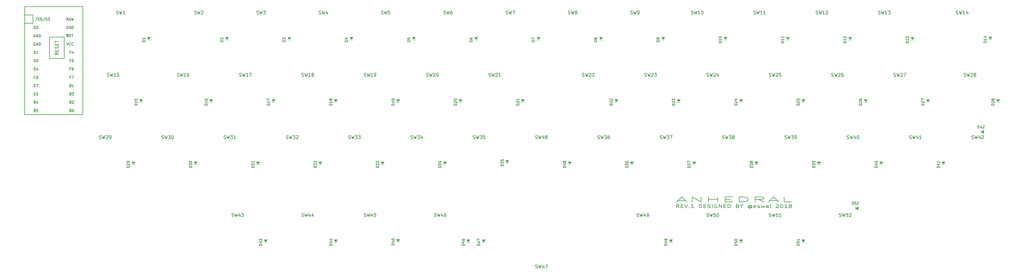
<source format=gto>
G04 #@! TF.GenerationSoftware,KiCad,Pcbnew,(6.0.0-rc1-dev-1215-g431bdc7a3)*
G04 #@! TF.CreationDate,2018-12-02T20:05:24+01:00*
G04 #@! TF.ProjectId,wave,77617665-2e6b-4696-9361-645f70636258,rev?*
G04 #@! TF.SameCoordinates,Original*
G04 #@! TF.FileFunction,Legend,Top*
G04 #@! TF.FilePolarity,Positive*
%FSLAX46Y46*%
G04 Gerber Fmt 4.6, Leading zero omitted, Abs format (unit mm)*
G04 Created by KiCad (PCBNEW (6.0.0-rc1-dev-1215-g431bdc7a3)) date 2018 December 02, Sunday 20:05:24*
%MOMM*%
%LPD*%
G01*
G04 APERTURE LIST*
%ADD10C,0.150000*%
%ADD11C,0.200000*%
%ADD12C,0.120000*%
%ADD13C,0.100000*%
G04 APERTURE END LIST*
D10*
X195292893Y17326239D02*
X194826226Y17802429D01*
X194492893Y17326239D02*
X194492893Y18326239D01*
X195026226Y18326239D01*
X195159560Y18278620D01*
X195226226Y18231000D01*
X195292893Y18135762D01*
X195292893Y17992905D01*
X195226226Y17897667D01*
X195159560Y17850048D01*
X195026226Y17802429D01*
X194492893Y17802429D01*
X195892893Y17850048D02*
X196359560Y17850048D01*
X196559560Y17326239D02*
X195892893Y17326239D01*
X195892893Y18326239D01*
X196559560Y18326239D01*
X196959560Y18326239D02*
X197426226Y17326239D01*
X197892893Y18326239D01*
X198359560Y17421477D02*
X198426226Y17373858D01*
X198359560Y17326239D01*
X198292893Y17373858D01*
X198359560Y17421477D01*
X198359560Y17326239D01*
X199759560Y17326239D02*
X198959560Y17326239D01*
X199359560Y17326239D02*
X199359560Y18326239D01*
X199226226Y18183381D01*
X199092893Y18088143D01*
X198959560Y18040524D01*
X201426226Y17326239D02*
X201426226Y18326239D01*
X201759560Y18326239D01*
X201959560Y18278620D01*
X202092893Y18183381D01*
X202159560Y18088143D01*
X202226226Y17897667D01*
X202226226Y17754810D01*
X202159560Y17564334D01*
X202092893Y17469096D01*
X201959560Y17373858D01*
X201759560Y17326239D01*
X201426226Y17326239D01*
X202826226Y17850048D02*
X203292893Y17850048D01*
X203492893Y17326239D02*
X202826226Y17326239D01*
X202826226Y18326239D01*
X203492893Y18326239D01*
X204026226Y17373858D02*
X204226226Y17326239D01*
X204559560Y17326239D01*
X204692893Y17373858D01*
X204759560Y17421477D01*
X204826226Y17516715D01*
X204826226Y17611953D01*
X204759560Y17707191D01*
X204692893Y17754810D01*
X204559560Y17802429D01*
X204292893Y17850048D01*
X204159560Y17897667D01*
X204092893Y17945286D01*
X204026226Y18040524D01*
X204026226Y18135762D01*
X204092893Y18231000D01*
X204159560Y18278620D01*
X204292893Y18326239D01*
X204626226Y18326239D01*
X204826226Y18278620D01*
X205426226Y17326239D02*
X205426226Y18326239D01*
X206826226Y18278620D02*
X206692893Y18326239D01*
X206492893Y18326239D01*
X206292893Y18278620D01*
X206159560Y18183381D01*
X206092893Y18088143D01*
X206026226Y17897667D01*
X206026226Y17754810D01*
X206092893Y17564334D01*
X206159560Y17469096D01*
X206292893Y17373858D01*
X206492893Y17326239D01*
X206626226Y17326239D01*
X206826226Y17373858D01*
X206892893Y17421477D01*
X206892893Y17754810D01*
X206626226Y17754810D01*
X207492893Y17326239D02*
X207492893Y18326239D01*
X208292893Y17326239D01*
X208292893Y18326239D01*
X208959560Y17850048D02*
X209426226Y17850048D01*
X209626226Y17326239D02*
X208959560Y17326239D01*
X208959560Y18326239D01*
X209626226Y18326239D01*
X210226226Y17326239D02*
X210226226Y18326239D01*
X210559560Y18326239D01*
X210759560Y18278620D01*
X210892893Y18183381D01*
X210959560Y18088143D01*
X211026226Y17897667D01*
X211026226Y17754810D01*
X210959560Y17564334D01*
X210892893Y17469096D01*
X210759560Y17373858D01*
X210559560Y17326239D01*
X210226226Y17326239D01*
X213159560Y17850048D02*
X213359560Y17802429D01*
X213426226Y17754810D01*
X213492893Y17659572D01*
X213492893Y17516715D01*
X213426226Y17421477D01*
X213359560Y17373858D01*
X213226226Y17326239D01*
X212692893Y17326239D01*
X212692893Y18326239D01*
X213159560Y18326239D01*
X213292893Y18278620D01*
X213359560Y18231000D01*
X213426226Y18135762D01*
X213426226Y18040524D01*
X213359560Y17945286D01*
X213292893Y17897667D01*
X213159560Y17850048D01*
X212692893Y17850048D01*
X214359560Y17802429D02*
X214359560Y17326239D01*
X213892893Y18326239D02*
X214359560Y17802429D01*
X214826226Y18326239D01*
X217226226Y17802429D02*
X217159560Y17850048D01*
X217026226Y17897667D01*
X216892893Y17897667D01*
X216759560Y17850048D01*
X216692893Y17802429D01*
X216626226Y17707191D01*
X216626226Y17611953D01*
X216692893Y17516715D01*
X216759560Y17469096D01*
X216892893Y17421477D01*
X217026226Y17421477D01*
X217159560Y17469096D01*
X217226226Y17516715D01*
X217226226Y17897667D02*
X217226226Y17516715D01*
X217292893Y17469096D01*
X217359560Y17469096D01*
X217492893Y17516715D01*
X217559560Y17611953D01*
X217559560Y17850048D01*
X217426226Y17992905D01*
X217226226Y18088143D01*
X216959560Y18135762D01*
X216692893Y18088143D01*
X216492893Y17992905D01*
X216359560Y17850048D01*
X216292893Y17659572D01*
X216359560Y17469096D01*
X216492893Y17326239D01*
X216692893Y17231000D01*
X216959560Y17183381D01*
X217226226Y17231000D01*
X217426226Y17326239D01*
X218692893Y17373858D02*
X218559560Y17326239D01*
X218292893Y17326239D01*
X218159560Y17373858D01*
X218092893Y17469096D01*
X218092893Y17850048D01*
X218159560Y17945286D01*
X218292893Y17992905D01*
X218559560Y17992905D01*
X218692893Y17945286D01*
X218759560Y17850048D01*
X218759560Y17754810D01*
X218092893Y17659572D01*
X219292893Y17373858D02*
X219426226Y17326239D01*
X219692893Y17326239D01*
X219826226Y17373858D01*
X219892893Y17469096D01*
X219892893Y17516715D01*
X219826226Y17611953D01*
X219692893Y17659572D01*
X219492893Y17659572D01*
X219359560Y17707191D01*
X219292893Y17802429D01*
X219292893Y17850048D01*
X219359560Y17945286D01*
X219492893Y17992905D01*
X219692893Y17992905D01*
X219826226Y17945286D01*
X220359560Y17992905D02*
X220626226Y17326239D01*
X220892893Y17802429D01*
X221159560Y17326239D01*
X221426226Y17992905D01*
X222559560Y17326239D02*
X222559560Y17850048D01*
X222492893Y17945286D01*
X222359560Y17992905D01*
X222092893Y17992905D01*
X221959560Y17945286D01*
X222559560Y17373858D02*
X222426226Y17326239D01*
X222092893Y17326239D01*
X221959560Y17373858D01*
X221892893Y17469096D01*
X221892893Y17564334D01*
X221959560Y17659572D01*
X222092893Y17707191D01*
X222426226Y17707191D01*
X222559560Y17754810D01*
X223226226Y17326239D02*
X223226226Y17992905D01*
X223226226Y18326239D02*
X223159560Y18278620D01*
X223226226Y18231000D01*
X223292893Y18278620D01*
X223226226Y18326239D01*
X223226226Y18231000D01*
X224892893Y18231000D02*
X224959560Y18278620D01*
X225092893Y18326239D01*
X225426226Y18326239D01*
X225559560Y18278620D01*
X225626226Y18231000D01*
X225692893Y18135762D01*
X225692893Y18040524D01*
X225626226Y17897667D01*
X224826226Y17326239D01*
X225692893Y17326239D01*
X226559560Y18326239D02*
X226692893Y18326239D01*
X226826226Y18278620D01*
X226892893Y18231000D01*
X226959560Y18135762D01*
X227026226Y17945286D01*
X227026226Y17707191D01*
X226959560Y17516715D01*
X226892893Y17421477D01*
X226826226Y17373858D01*
X226692893Y17326239D01*
X226559560Y17326239D01*
X226426226Y17373858D01*
X226359560Y17421477D01*
X226292893Y17516715D01*
X226226226Y17707191D01*
X226226226Y17945286D01*
X226292893Y18135762D01*
X226359560Y18231000D01*
X226426226Y18278620D01*
X226559560Y18326239D01*
X228359560Y17326239D02*
X227559560Y17326239D01*
X227959560Y17326239D02*
X227959560Y18326239D01*
X227826226Y18183381D01*
X227692893Y18088143D01*
X227559560Y18040524D01*
X229159560Y17897667D02*
X229026226Y17945286D01*
X228959560Y17992905D01*
X228892893Y18088143D01*
X228892893Y18135762D01*
X228959560Y18231000D01*
X229026226Y18278620D01*
X229159560Y18326239D01*
X229426226Y18326239D01*
X229559560Y18278620D01*
X229626226Y18231000D01*
X229692893Y18135762D01*
X229692893Y18088143D01*
X229626226Y17992905D01*
X229559560Y17945286D01*
X229426226Y17897667D01*
X229159560Y17897667D01*
X229026226Y17850048D01*
X228959560Y17802429D01*
X228892893Y17707191D01*
X228892893Y17516715D01*
X228959560Y17421477D01*
X229026226Y17373858D01*
X229159560Y17326239D01*
X229426226Y17326239D01*
X229559560Y17373858D01*
X229626226Y17421477D01*
X229692893Y17516715D01*
X229692893Y17707191D01*
X229626226Y17802429D01*
X229559560Y17850048D01*
X229426226Y17897667D01*
D11*
X194916702Y19560620D02*
X197202417Y19560620D01*
X194459560Y19132048D02*
X196059560Y20632048D01*
X197659560Y19132048D01*
X199259560Y19132048D02*
X199259560Y20632048D01*
X202002417Y19132048D01*
X202002417Y20632048D01*
X204288131Y19132048D02*
X204288131Y20632048D01*
X204288131Y19917762D02*
X207030988Y19917762D01*
X207030988Y19132048D02*
X207030988Y20632048D01*
X209316702Y19917762D02*
X210916702Y19917762D01*
X211602417Y19132048D02*
X209316702Y19132048D01*
X209316702Y20632048D01*
X211602417Y20632048D01*
X213659560Y19132048D02*
X213659560Y20632048D01*
X214802417Y20632048D01*
X215488131Y20560620D01*
X215945274Y20417762D01*
X216173845Y20274905D01*
X216402417Y19989191D01*
X216402417Y19774905D01*
X216173845Y19489191D01*
X215945274Y19346334D01*
X215488131Y19203477D01*
X214802417Y19132048D01*
X213659560Y19132048D01*
X221202417Y19132048D02*
X219602417Y19846334D01*
X218459560Y19132048D02*
X218459560Y20632048D01*
X220288131Y20632048D01*
X220745274Y20560620D01*
X220973845Y20489191D01*
X221202417Y20346334D01*
X221202417Y20132048D01*
X220973845Y19989191D01*
X220745274Y19917762D01*
X220288131Y19846334D01*
X218459560Y19846334D01*
X223030988Y19560620D02*
X225316702Y19560620D01*
X222573845Y19132048D02*
X224173845Y20632048D01*
X225773845Y19132048D01*
X229659560Y19132048D02*
X227373845Y19132048D01*
X227373845Y20632048D01*
D10*
G04 #@! TO.C,SW53*
X7331310Y62979120D02*
X7331310Y69479120D01*
X2831310Y62979120D02*
X7331310Y62979120D01*
X2831310Y69479120D02*
X2831310Y62979120D01*
X7331310Y69479120D02*
X2831310Y69479120D01*
D12*
G04 #@! TO.C,D52*
X249146657Y17675370D02*
X249146657Y16675370D01*
D13*
G36*
X249946657Y17675370D02*
X249946657Y16675370D01*
X249246657Y17175370D01*
X249946657Y17675370D01*
G37*
X249946657Y17675370D02*
X249946657Y16675370D01*
X249246657Y17175370D01*
X249946657Y17675370D01*
D12*
G04 #@! TO.C,D51*
X232705060Y6774120D02*
X233705060Y6774120D01*
D13*
G36*
X232705060Y7574120D02*
X233705060Y7574120D01*
X233205060Y6874120D01*
X232705060Y7574120D01*
G37*
X232705060Y7574120D02*
X233705060Y7574120D01*
X233205060Y6874120D01*
X232705060Y7574120D01*
D12*
G04 #@! TO.C,D50*
X213655060Y6774120D02*
X214655060Y6774120D01*
D13*
G36*
X213655060Y7574120D02*
X214655060Y7574120D01*
X214155060Y6874120D01*
X213655060Y7574120D01*
G37*
X213655060Y7574120D02*
X214655060Y7574120D01*
X214155060Y6874120D01*
X213655060Y7574120D01*
D12*
G04 #@! TO.C,D49*
X192223810Y6774120D02*
X193223810Y6774120D01*
D13*
G36*
X192223810Y7574120D02*
X193223810Y7574120D01*
X192723810Y6874120D01*
X192223810Y7574120D01*
G37*
X192223810Y7574120D02*
X193223810Y7574120D01*
X192723810Y6874120D01*
X192223810Y7574120D01*
D12*
G04 #@! TO.C,D48*
X161267560Y30586620D02*
X162267560Y30586620D01*
D13*
G36*
X161267560Y31386620D02*
X162267560Y31386620D01*
X161767560Y30686620D01*
X161267560Y31386620D01*
G37*
X161267560Y31386620D02*
X162267560Y31386620D01*
X161767560Y30686620D01*
X161267560Y31386620D01*
D12*
G04 #@! TO.C,D47*
X135043933Y6774120D02*
X136043933Y6774120D01*
D13*
G36*
X135043933Y7574120D02*
X136043933Y7574120D01*
X135543933Y6874120D01*
X135043933Y7574120D01*
G37*
X135043933Y7574120D02*
X136043933Y7574120D01*
X135543933Y6874120D01*
X135043933Y7574120D01*
D12*
G04 #@! TO.C,D46*
X130311310Y6774120D02*
X131311310Y6774120D01*
D13*
G36*
X130311310Y7574120D02*
X131311310Y7574120D01*
X130811310Y6874120D01*
X130311310Y7574120D01*
G37*
X130311310Y7574120D02*
X131311310Y7574120D01*
X130811310Y6874120D01*
X130311310Y7574120D01*
D12*
G04 #@! TO.C,D45*
X108880060Y6894467D02*
X109880060Y6894467D01*
D13*
G36*
X108880060Y7694467D02*
X109880060Y7694467D01*
X109380060Y6994467D01*
X108880060Y7694467D01*
G37*
X108880060Y7694467D02*
X109880060Y7694467D01*
X109380060Y6994467D01*
X108880060Y7694467D01*
D12*
G04 #@! TO.C,D44*
X89830060Y6774120D02*
X90830060Y6774120D01*
D13*
G36*
X89830060Y7574120D02*
X90830060Y7574120D01*
X90330060Y6874120D01*
X89830060Y7574120D01*
G37*
X89830060Y7574120D02*
X90830060Y7574120D01*
X90330060Y6874120D01*
X89830060Y7574120D01*
D12*
G04 #@! TO.C,D43*
X68398810Y6774120D02*
X69398810Y6774120D01*
D13*
G36*
X68398810Y7574120D02*
X69398810Y7574120D01*
X68898810Y6874120D01*
X68398810Y7574120D01*
G37*
X68398810Y7574120D02*
X69398810Y7574120D01*
X68898810Y6874120D01*
X68398810Y7574120D01*
D12*
G04 #@! TO.C,D42*
X287573810Y41011620D02*
X287573810Y40011620D01*
D13*
G36*
X288373810Y41011620D02*
X288373810Y40011620D01*
X287673810Y40511620D01*
X288373810Y41011620D01*
G37*
X288373810Y41011620D02*
X288373810Y40011620D01*
X287673810Y40511620D01*
X288373810Y41011620D01*
D12*
G04 #@! TO.C,D41*
X275567560Y30586620D02*
X276567560Y30586620D01*
D13*
G36*
X275567560Y31386620D02*
X276567560Y31386620D01*
X276067560Y30686620D01*
X275567560Y31386620D01*
G37*
X275567560Y31386620D02*
X276567560Y31386620D01*
X276067560Y30686620D01*
X275567560Y31386620D01*
D12*
G04 #@! TO.C,D40*
X256517560Y30586620D02*
X257517560Y30586620D01*
D13*
G36*
X256517560Y31386620D02*
X257517560Y31386620D01*
X257017560Y30686620D01*
X256517560Y31386620D01*
G37*
X256517560Y31386620D02*
X257517560Y31386620D01*
X257017560Y30686620D01*
X256517560Y31386620D01*
D12*
G04 #@! TO.C,D39*
X237467560Y30586620D02*
X238467560Y30586620D01*
D13*
G36*
X237467560Y31386620D02*
X238467560Y31386620D01*
X237967560Y30686620D01*
X237467560Y31386620D01*
G37*
X237467560Y31386620D02*
X238467560Y31386620D01*
X237967560Y30686620D01*
X237467560Y31386620D01*
D12*
G04 #@! TO.C,D38*
X218417560Y30586620D02*
X219417560Y30586620D01*
D13*
G36*
X218417560Y31386620D02*
X219417560Y31386620D01*
X218917560Y30686620D01*
X218417560Y31386620D01*
G37*
X218417560Y31386620D02*
X219417560Y31386620D01*
X218917560Y30686620D01*
X218417560Y31386620D01*
D12*
G04 #@! TO.C,D37*
X199367560Y30586620D02*
X200367560Y30586620D01*
D13*
G36*
X199367560Y31386620D02*
X200367560Y31386620D01*
X199867560Y30686620D01*
X199367560Y31386620D01*
G37*
X199367560Y31386620D02*
X200367560Y31386620D01*
X199867560Y30686620D01*
X199367560Y31386620D01*
D12*
G04 #@! TO.C,D36*
X180317560Y30586620D02*
X181317560Y30586620D01*
D13*
G36*
X180317560Y31386620D02*
X181317560Y31386620D01*
X180817560Y30686620D01*
X180317560Y31386620D01*
G37*
X180317560Y31386620D02*
X181317560Y31386620D01*
X180817560Y30686620D01*
X180317560Y31386620D01*
D12*
G04 #@! TO.C,D35*
X142217560Y31062870D02*
X143217560Y31062870D01*
D13*
G36*
X142217560Y31862870D02*
X143217560Y31862870D01*
X142717560Y31162870D01*
X142217560Y31862870D01*
G37*
X142217560Y31862870D02*
X143217560Y31862870D01*
X142717560Y31162870D01*
X142217560Y31862870D01*
D12*
G04 #@! TO.C,D34*
X123167560Y30586620D02*
X124167560Y30586620D01*
D13*
G36*
X123167560Y31386620D02*
X124167560Y31386620D01*
X123667560Y30686620D01*
X123167560Y31386620D01*
G37*
X123167560Y31386620D02*
X124167560Y31386620D01*
X123667560Y30686620D01*
X123167560Y31386620D01*
D12*
G04 #@! TO.C,D33*
X104117560Y30586620D02*
X105117560Y30586620D01*
D13*
G36*
X104117560Y31386620D02*
X105117560Y31386620D01*
X104617560Y30686620D01*
X104117560Y31386620D01*
G37*
X104117560Y31386620D02*
X105117560Y31386620D01*
X104617560Y30686620D01*
X104117560Y31386620D01*
D12*
G04 #@! TO.C,D32*
X85067560Y30586620D02*
X86067560Y30586620D01*
D13*
G36*
X85067560Y31386620D02*
X86067560Y31386620D01*
X85567560Y30686620D01*
X85067560Y31386620D01*
G37*
X85067560Y31386620D02*
X86067560Y31386620D01*
X85567560Y30686620D01*
X85067560Y31386620D01*
D12*
G04 #@! TO.C,D31*
X66017560Y30586620D02*
X67017560Y30586620D01*
D13*
G36*
X66017560Y31386620D02*
X67017560Y31386620D01*
X66517560Y30686620D01*
X66017560Y31386620D01*
G37*
X66017560Y31386620D02*
X67017560Y31386620D01*
X66517560Y30686620D01*
X66017560Y31386620D01*
D12*
G04 #@! TO.C,D30*
X46967560Y30586620D02*
X47967560Y30586620D01*
D13*
G36*
X46967560Y31386620D02*
X47967560Y31386620D01*
X47467560Y30686620D01*
X46967560Y31386620D01*
G37*
X46967560Y31386620D02*
X47967560Y31386620D01*
X47467560Y30686620D01*
X46967560Y31386620D01*
D12*
G04 #@! TO.C,D29*
X27917560Y30586620D02*
X28917560Y30586620D01*
D13*
G36*
X27917560Y31386620D02*
X28917560Y31386620D01*
X28417560Y30686620D01*
X27917560Y31386620D01*
G37*
X27917560Y31386620D02*
X28917560Y31386620D01*
X28417560Y30686620D01*
X27917560Y31386620D01*
D12*
G04 #@! TO.C,D28*
X292236310Y49636620D02*
X293236310Y49636620D01*
D13*
G36*
X292236310Y50436620D02*
X293236310Y50436620D01*
X292736310Y49736620D01*
X292236310Y50436620D01*
G37*
X292236310Y50436620D02*
X293236310Y50436620D01*
X292736310Y49736620D01*
X292236310Y50436620D01*
D12*
G04 #@! TO.C,D27*
X270805060Y49636620D02*
X271805060Y49636620D01*
D13*
G36*
X270805060Y50436620D02*
X271805060Y50436620D01*
X271305060Y49736620D01*
X270805060Y50436620D01*
G37*
X270805060Y50436620D02*
X271805060Y50436620D01*
X271305060Y49736620D01*
X270805060Y50436620D01*
D12*
G04 #@! TO.C,D26*
X251755060Y49636620D02*
X252755060Y49636620D01*
D13*
G36*
X251755060Y50436620D02*
X252755060Y50436620D01*
X252255060Y49736620D01*
X251755060Y50436620D01*
G37*
X251755060Y50436620D02*
X252755060Y50436620D01*
X252255060Y49736620D01*
X251755060Y50436620D01*
D12*
G04 #@! TO.C,D25*
X232705060Y49636620D02*
X233705060Y49636620D01*
D13*
G36*
X232705060Y50436620D02*
X233705060Y50436620D01*
X233205060Y49736620D01*
X232705060Y50436620D01*
G37*
X232705060Y50436620D02*
X233705060Y50436620D01*
X233205060Y49736620D01*
X232705060Y50436620D01*
D12*
G04 #@! TO.C,D24*
X213655060Y49636620D02*
X214655060Y49636620D01*
D13*
G36*
X213655060Y50436620D02*
X214655060Y50436620D01*
X214155060Y49736620D01*
X213655060Y50436620D01*
G37*
X213655060Y50436620D02*
X214655060Y50436620D01*
X214155060Y49736620D01*
X213655060Y50436620D01*
D12*
G04 #@! TO.C,D23*
X194605060Y49636620D02*
X195605060Y49636620D01*
D13*
G36*
X194605060Y50436620D02*
X195605060Y50436620D01*
X195105060Y49736620D01*
X194605060Y50436620D01*
G37*
X194605060Y50436620D02*
X195605060Y50436620D01*
X195105060Y49736620D01*
X194605060Y50436620D01*
D12*
G04 #@! TO.C,D22*
X175555060Y49636620D02*
X176555060Y49636620D01*
D13*
G36*
X175555060Y50436620D02*
X176555060Y50436620D01*
X176055060Y49736620D01*
X175555060Y50436620D01*
G37*
X175555060Y50436620D02*
X176555060Y50436620D01*
X176055060Y49736620D01*
X175555060Y50436620D01*
D12*
G04 #@! TO.C,D21*
X146980060Y49636620D02*
X147980060Y49636620D01*
D13*
G36*
X146980060Y50436620D02*
X147980060Y50436620D01*
X147480060Y49736620D01*
X146980060Y50436620D01*
G37*
X146980060Y50436620D02*
X147980060Y50436620D01*
X147480060Y49736620D01*
X146980060Y50436620D01*
D12*
G04 #@! TO.C,D20*
X127930060Y49636620D02*
X128930060Y49636620D01*
D13*
G36*
X127930060Y50436620D02*
X128930060Y50436620D01*
X128430060Y49736620D01*
X127930060Y50436620D01*
G37*
X127930060Y50436620D02*
X128930060Y50436620D01*
X128430060Y49736620D01*
X127930060Y50436620D01*
D12*
G04 #@! TO.C,D19*
X108880060Y49636620D02*
X109880060Y49636620D01*
D13*
G36*
X108880060Y50436620D02*
X109880060Y50436620D01*
X109380060Y49736620D01*
X108880060Y50436620D01*
G37*
X108880060Y50436620D02*
X109880060Y50436620D01*
X109380060Y49736620D01*
X108880060Y50436620D01*
D12*
G04 #@! TO.C,D18*
X89830060Y49636620D02*
X90830060Y49636620D01*
D13*
G36*
X89830060Y50436620D02*
X90830060Y50436620D01*
X90330060Y49736620D01*
X89830060Y50436620D01*
G37*
X89830060Y50436620D02*
X90830060Y50436620D01*
X90330060Y49736620D01*
X89830060Y50436620D01*
D12*
G04 #@! TO.C,D17*
X70780060Y49636620D02*
X71780060Y49636620D01*
D13*
G36*
X70780060Y50436620D02*
X71780060Y50436620D01*
X71280060Y49736620D01*
X70780060Y50436620D01*
G37*
X70780060Y50436620D02*
X71780060Y50436620D01*
X71280060Y49736620D01*
X70780060Y50436620D01*
D12*
G04 #@! TO.C,D16*
X51730060Y49636620D02*
X52730060Y49636620D01*
D13*
G36*
X51730060Y50436620D02*
X52730060Y50436620D01*
X52230060Y49736620D01*
X51730060Y50436620D01*
G37*
X51730060Y50436620D02*
X52730060Y50436620D01*
X52230060Y49736620D01*
X51730060Y50436620D01*
D12*
G04 #@! TO.C,D15*
X30298810Y49636620D02*
X31298810Y49636620D01*
D13*
G36*
X30298810Y50436620D02*
X31298810Y50436620D01*
X30798810Y49736620D01*
X30298810Y50436620D01*
G37*
X30298810Y50436620D02*
X31298810Y50436620D01*
X30798810Y49736620D01*
X30298810Y50436620D01*
D12*
G04 #@! TO.C,D14*
X289855060Y68806967D02*
X290855060Y68806967D01*
D13*
G36*
X289855060Y69606967D02*
X290855060Y69606967D01*
X290355060Y68906967D01*
X289855060Y69606967D01*
G37*
X289855060Y69606967D02*
X290855060Y69606967D01*
X290355060Y68906967D01*
X289855060Y69606967D01*
D12*
G04 #@! TO.C,D13*
X266042560Y68686620D02*
X267042560Y68686620D01*
D13*
G36*
X266042560Y69486620D02*
X267042560Y69486620D01*
X266542560Y68786620D01*
X266042560Y69486620D01*
G37*
X266042560Y69486620D02*
X267042560Y69486620D01*
X266542560Y68786620D01*
X266042560Y69486620D01*
D12*
G04 #@! TO.C,D12*
X246992560Y68686620D02*
X247992560Y68686620D01*
D13*
G36*
X246992560Y69486620D02*
X247992560Y69486620D01*
X247492560Y68786620D01*
X246992560Y69486620D01*
G37*
X246992560Y69486620D02*
X247992560Y69486620D01*
X247492560Y68786620D01*
X246992560Y69486620D01*
D12*
G04 #@! TO.C,D11*
X227942560Y68686620D02*
X228942560Y68686620D01*
D13*
G36*
X227942560Y69486620D02*
X228942560Y69486620D01*
X228442560Y68786620D01*
X227942560Y69486620D01*
G37*
X227942560Y69486620D02*
X228942560Y69486620D01*
X228442560Y68786620D01*
X227942560Y69486620D01*
D12*
G04 #@! TO.C,D10*
X208892560Y68686620D02*
X209892560Y68686620D01*
D13*
G36*
X208892560Y69486620D02*
X209892560Y69486620D01*
X209392560Y68786620D01*
X208892560Y69486620D01*
G37*
X208892560Y69486620D02*
X209892560Y69486620D01*
X209392560Y68786620D01*
X208892560Y69486620D01*
D12*
G04 #@! TO.C,D9*
X189842560Y68686620D02*
X190842560Y68686620D01*
D13*
G36*
X189842560Y69486620D02*
X190842560Y69486620D01*
X190342560Y68786620D01*
X189842560Y69486620D01*
G37*
X189842560Y69486620D02*
X190842560Y69486620D01*
X190342560Y68786620D01*
X189842560Y69486620D01*
D12*
G04 #@! TO.C,D8*
X170792560Y68686620D02*
X171792560Y68686620D01*
D13*
G36*
X170792560Y69486620D02*
X171792560Y69486620D01*
X171292560Y68786620D01*
X170792560Y69486620D01*
G37*
X170792560Y69486620D02*
X171792560Y69486620D01*
X171292560Y68786620D01*
X170792560Y69486620D01*
D12*
G04 #@! TO.C,D7*
X151742560Y68686620D02*
X152742560Y68686620D01*
D13*
G36*
X151742560Y69486620D02*
X152742560Y69486620D01*
X152242560Y68786620D01*
X151742560Y69486620D01*
G37*
X151742560Y69486620D02*
X152742560Y69486620D01*
X152242560Y68786620D01*
X151742560Y69486620D01*
D12*
G04 #@! TO.C,D6*
X132692560Y68686620D02*
X133692560Y68686620D01*
D13*
G36*
X132692560Y69486620D02*
X133692560Y69486620D01*
X133192560Y68786620D01*
X132692560Y69486620D01*
G37*
X132692560Y69486620D02*
X133692560Y69486620D01*
X133192560Y68786620D01*
X132692560Y69486620D01*
D12*
G04 #@! TO.C,D5*
X113642560Y68686620D02*
X114642560Y68686620D01*
D13*
G36*
X113642560Y69486620D02*
X114642560Y69486620D01*
X114142560Y68786620D01*
X113642560Y69486620D01*
G37*
X113642560Y69486620D02*
X114642560Y69486620D01*
X114142560Y68786620D01*
X113642560Y69486620D01*
D12*
G04 #@! TO.C,D4*
X94592560Y68686620D02*
X95592560Y68686620D01*
D13*
G36*
X94592560Y69486620D02*
X95592560Y69486620D01*
X95092560Y68786620D01*
X94592560Y69486620D01*
G37*
X94592560Y69486620D02*
X95592560Y69486620D01*
X95092560Y68786620D01*
X94592560Y69486620D01*
D12*
G04 #@! TO.C,D3*
X75542560Y68686620D02*
X76542560Y68686620D01*
D13*
G36*
X75542560Y69486620D02*
X76542560Y69486620D01*
X76042560Y68786620D01*
X75542560Y69486620D01*
G37*
X75542560Y69486620D02*
X76542560Y69486620D01*
X76042560Y68786620D01*
X75542560Y69486620D01*
D12*
G04 #@! TO.C,D2*
X56492560Y68686620D02*
X57492560Y68686620D01*
D13*
G36*
X56492560Y69486620D02*
X57492560Y69486620D01*
X56992560Y68786620D01*
X56492560Y69486620D01*
G37*
X56492560Y69486620D02*
X57492560Y69486620D01*
X56992560Y68786620D01*
X56492560Y69486620D01*
D12*
G04 #@! TO.C,D1*
X32680060Y68686620D02*
X33680060Y68686620D01*
D13*
G36*
X32680060Y69486620D02*
X33680060Y69486620D01*
X33180060Y68786620D01*
X32680060Y69486620D01*
G37*
X32680060Y69486620D02*
X33680060Y69486620D01*
X33180060Y68786620D01*
X32680060Y69486620D01*
D11*
G04 #@! TO.C,U1*
X-2221190Y76230370D02*
X-4761190Y76230370D01*
X-4761190Y78770370D02*
X-4761190Y76230370D01*
X13018810Y78770370D02*
X-4761190Y78770370D01*
X13018810Y76230370D02*
X13018810Y78770370D01*
D10*
G36*
X8560378Y69751010D02*
X8560378Y69551010D01*
X8460378Y69551010D01*
X8460378Y69751010D01*
X8560378Y69751010D01*
G37*
X8560378Y69751010D02*
X8560378Y69551010D01*
X8460378Y69551010D01*
X8460378Y69751010D01*
X8560378Y69751010D01*
G36*
X8160378Y70351010D02*
X8160378Y69551010D01*
X8060378Y69551010D01*
X8060378Y70351010D01*
X8160378Y70351010D01*
G37*
X8160378Y70351010D02*
X8160378Y69551010D01*
X8060378Y69551010D01*
X8060378Y70351010D01*
X8160378Y70351010D01*
G36*
X8560378Y70351010D02*
X8560378Y70251010D01*
X8060378Y70251010D01*
X8060378Y70351010D01*
X8560378Y70351010D01*
G37*
X8560378Y70351010D02*
X8560378Y70251010D01*
X8060378Y70251010D01*
X8060378Y70351010D01*
X8560378Y70351010D01*
G36*
X8360378Y69951010D02*
X8360378Y69851010D01*
X8260378Y69851010D01*
X8260378Y69951010D01*
X8360378Y69951010D01*
G37*
X8360378Y69951010D02*
X8360378Y69851010D01*
X8260378Y69851010D01*
X8260378Y69951010D01*
X8360378Y69951010D01*
G36*
X8560378Y70351010D02*
X8560378Y70051010D01*
X8460378Y70051010D01*
X8460378Y70351010D01*
X8560378Y70351010D01*
G37*
X8560378Y70351010D02*
X8560378Y70051010D01*
X8460378Y70051010D01*
X8460378Y70351010D01*
X8560378Y70351010D01*
D11*
X-2221190Y73690370D02*
X-4761190Y73690370D01*
X-2221190Y76230370D02*
X-2221190Y73690370D01*
X13018810Y45750370D02*
X13018810Y76230370D01*
X-4761190Y45750370D02*
X13018810Y45750370D01*
X-4761190Y76230370D02*
X-4761190Y45750370D01*
G04 #@! TO.C,SW48*
D10*
X151385536Y38455858D02*
X151528393Y38408239D01*
X151766488Y38408239D01*
X151861726Y38455858D01*
X151909345Y38503477D01*
X151956964Y38598715D01*
X151956964Y38693953D01*
X151909345Y38789191D01*
X151861726Y38836810D01*
X151766488Y38884429D01*
X151576012Y38932048D01*
X151480774Y38979667D01*
X151433155Y39027286D01*
X151385536Y39122524D01*
X151385536Y39217762D01*
X151433155Y39313000D01*
X151480774Y39360620D01*
X151576012Y39408239D01*
X151814107Y39408239D01*
X151956964Y39360620D01*
X152290298Y39408239D02*
X152528393Y38408239D01*
X152718869Y39122524D01*
X152909345Y38408239D01*
X153147440Y39408239D01*
X153956964Y39074905D02*
X153956964Y38408239D01*
X153718869Y39455858D02*
X153480774Y38741572D01*
X154099821Y38741572D01*
X154623631Y38979667D02*
X154528393Y39027286D01*
X154480774Y39074905D01*
X154433155Y39170143D01*
X154433155Y39217762D01*
X154480774Y39313000D01*
X154528393Y39360620D01*
X154623631Y39408239D01*
X154814107Y39408239D01*
X154909345Y39360620D01*
X154956964Y39313000D01*
X155004583Y39217762D01*
X155004583Y39170143D01*
X154956964Y39074905D01*
X154909345Y39027286D01*
X154814107Y38979667D01*
X154623631Y38979667D01*
X154528393Y38932048D01*
X154480774Y38884429D01*
X154433155Y38789191D01*
X154433155Y38598715D01*
X154480774Y38503477D01*
X154528393Y38455858D01*
X154623631Y38408239D01*
X154814107Y38408239D01*
X154909345Y38455858D01*
X154956964Y38503477D01*
X155004583Y38598715D01*
X155004583Y38789191D01*
X154956964Y38884429D01*
X154909345Y38932048D01*
X154814107Y38979667D01*
G04 #@! TO.C,SW47*
X151385536Y-1104641D02*
X151528393Y-1152260D01*
X151766488Y-1152260D01*
X151861726Y-1104641D01*
X151909345Y-1057022D01*
X151956964Y-961784D01*
X151956964Y-866546D01*
X151909345Y-771308D01*
X151861726Y-723689D01*
X151766488Y-676070D01*
X151576012Y-628451D01*
X151480774Y-580832D01*
X151433155Y-533213D01*
X151385536Y-437975D01*
X151385536Y-342737D01*
X151433155Y-247499D01*
X151480774Y-199880D01*
X151576012Y-152260D01*
X151814107Y-152260D01*
X151956964Y-199880D01*
X152290298Y-152260D02*
X152528393Y-1152260D01*
X152718869Y-437975D01*
X152909345Y-1152260D01*
X153147440Y-152260D01*
X153956964Y-485594D02*
X153956964Y-1152260D01*
X153718869Y-104641D02*
X153480774Y-818927D01*
X154099821Y-818927D01*
X154385536Y-152260D02*
X155052202Y-152260D01*
X154623631Y-1152260D01*
G04 #@! TO.C,SW53*
X5533690Y64776739D02*
X5057500Y64443405D01*
X5533690Y64205310D02*
X4533690Y64205310D01*
X4533690Y64586262D01*
X4581310Y64681500D01*
X4628929Y64729120D01*
X4724167Y64776739D01*
X4867024Y64776739D01*
X4962262Y64729120D01*
X5009881Y64681500D01*
X5057500Y64586262D01*
X5057500Y64205310D01*
X5009881Y65205310D02*
X5009881Y65538643D01*
X5533690Y65681500D02*
X5533690Y65205310D01*
X4533690Y65205310D01*
X4533690Y65681500D01*
X5486071Y66062453D02*
X5533690Y66205310D01*
X5533690Y66443405D01*
X5486071Y66538643D01*
X5438452Y66586262D01*
X5343214Y66633881D01*
X5247976Y66633881D01*
X5152738Y66586262D01*
X5105119Y66538643D01*
X5057500Y66443405D01*
X5009881Y66252929D01*
X4962262Y66157691D01*
X4914643Y66110072D01*
X4819405Y66062453D01*
X4724167Y66062453D01*
X4628929Y66110072D01*
X4581310Y66157691D01*
X4533690Y66252929D01*
X4533690Y66491024D01*
X4581310Y66633881D01*
X5009881Y67062453D02*
X5009881Y67395786D01*
X5533690Y67538643D02*
X5533690Y67062453D01*
X4533690Y67062453D01*
X4533690Y67538643D01*
X4533690Y67824358D02*
X4533690Y68395786D01*
X5533690Y68110072D02*
X4533690Y68110072D01*
G04 #@! TO.C,D52*
X248175228Y18313465D02*
X248175228Y19113465D01*
X248365704Y19113465D01*
X248479990Y19075370D01*
X248556180Y18999179D01*
X248594276Y18922989D01*
X248632371Y18770608D01*
X248632371Y18656322D01*
X248594276Y18503941D01*
X248556180Y18427750D01*
X248479990Y18351560D01*
X248365704Y18313465D01*
X248175228Y18313465D01*
X249356180Y19113465D02*
X248975228Y19113465D01*
X248937133Y18732512D01*
X248975228Y18770608D01*
X249051418Y18808703D01*
X249241895Y18808703D01*
X249318085Y18770608D01*
X249356180Y18732512D01*
X249394276Y18656322D01*
X249394276Y18465846D01*
X249356180Y18389655D01*
X249318085Y18351560D01*
X249241895Y18313465D01*
X249051418Y18313465D01*
X248975228Y18351560D01*
X248937133Y18389655D01*
X249699037Y19037274D02*
X249737133Y19075370D01*
X249813323Y19113465D01*
X250003799Y19113465D01*
X250079990Y19075370D01*
X250118085Y19037274D01*
X250156180Y18961084D01*
X250156180Y18884893D01*
X250118085Y18770608D01*
X249660942Y18313465D01*
X250156180Y18313465D01*
G04 #@! TO.C,SW52*
X244254286Y14643358D02*
X244397143Y14595739D01*
X244635238Y14595739D01*
X244730476Y14643358D01*
X244778095Y14690977D01*
X244825714Y14786215D01*
X244825714Y14881453D01*
X244778095Y14976691D01*
X244730476Y15024310D01*
X244635238Y15071929D01*
X244444762Y15119548D01*
X244349524Y15167167D01*
X244301905Y15214786D01*
X244254286Y15310024D01*
X244254286Y15405262D01*
X244301905Y15500500D01*
X244349524Y15548120D01*
X244444762Y15595739D01*
X244682857Y15595739D01*
X244825714Y15548120D01*
X245159048Y15595739D02*
X245397143Y14595739D01*
X245587619Y15310024D01*
X245778095Y14595739D01*
X246016190Y15595739D01*
X246873333Y15595739D02*
X246397143Y15595739D01*
X246349524Y15119548D01*
X246397143Y15167167D01*
X246492381Y15214786D01*
X246730476Y15214786D01*
X246825714Y15167167D01*
X246873333Y15119548D01*
X246920952Y15024310D01*
X246920952Y14786215D01*
X246873333Y14690977D01*
X246825714Y14643358D01*
X246730476Y14595739D01*
X246492381Y14595739D01*
X246397143Y14643358D01*
X246349524Y14690977D01*
X247301905Y15500500D02*
X247349524Y15548120D01*
X247444762Y15595739D01*
X247682857Y15595739D01*
X247778095Y15548120D01*
X247825714Y15500500D01*
X247873333Y15405262D01*
X247873333Y15310024D01*
X247825714Y15167167D01*
X247254286Y14595739D01*
X247873333Y14595739D01*
G04 #@! TO.C,SW28*
X282354286Y57505858D02*
X282497143Y57458239D01*
X282735238Y57458239D01*
X282830476Y57505858D01*
X282878095Y57553477D01*
X282925714Y57648715D01*
X282925714Y57743953D01*
X282878095Y57839191D01*
X282830476Y57886810D01*
X282735238Y57934429D01*
X282544762Y57982048D01*
X282449524Y58029667D01*
X282401905Y58077286D01*
X282354286Y58172524D01*
X282354286Y58267762D01*
X282401905Y58363000D01*
X282449524Y58410620D01*
X282544762Y58458239D01*
X282782857Y58458239D01*
X282925714Y58410620D01*
X283259048Y58458239D02*
X283497143Y57458239D01*
X283687619Y58172524D01*
X283878095Y57458239D01*
X284116190Y58458239D01*
X284449524Y58363000D02*
X284497143Y58410620D01*
X284592381Y58458239D01*
X284830476Y58458239D01*
X284925714Y58410620D01*
X284973333Y58363000D01*
X285020952Y58267762D01*
X285020952Y58172524D01*
X284973333Y58029667D01*
X284401905Y57458239D01*
X285020952Y57458239D01*
X285592381Y58029667D02*
X285497143Y58077286D01*
X285449524Y58124905D01*
X285401905Y58220143D01*
X285401905Y58267762D01*
X285449524Y58363000D01*
X285497143Y58410620D01*
X285592381Y58458239D01*
X285782857Y58458239D01*
X285878095Y58410620D01*
X285925714Y58363000D01*
X285973333Y58267762D01*
X285973333Y58220143D01*
X285925714Y58124905D01*
X285878095Y58077286D01*
X285782857Y58029667D01*
X285592381Y58029667D01*
X285497143Y57982048D01*
X285449524Y57934429D01*
X285401905Y57839191D01*
X285401905Y57648715D01*
X285449524Y57553477D01*
X285497143Y57505858D01*
X285592381Y57458239D01*
X285782857Y57458239D01*
X285878095Y57505858D01*
X285925714Y57553477D01*
X285973333Y57648715D01*
X285973333Y57839191D01*
X285925714Y57934429D01*
X285878095Y57982048D01*
X285782857Y58029667D01*
G04 #@! TO.C,SW14*
X279973036Y76555858D02*
X280115893Y76508239D01*
X280353988Y76508239D01*
X280449226Y76555858D01*
X280496845Y76603477D01*
X280544464Y76698715D01*
X280544464Y76793953D01*
X280496845Y76889191D01*
X280449226Y76936810D01*
X280353988Y76984429D01*
X280163512Y77032048D01*
X280068274Y77079667D01*
X280020655Y77127286D01*
X279973036Y77222524D01*
X279973036Y77317762D01*
X280020655Y77413000D01*
X280068274Y77460620D01*
X280163512Y77508239D01*
X280401607Y77508239D01*
X280544464Y77460620D01*
X280877798Y77508239D02*
X281115893Y76508239D01*
X281306369Y77222524D01*
X281496845Y76508239D01*
X281734940Y77508239D01*
X282639702Y76508239D02*
X282068274Y76508239D01*
X282353988Y76508239D02*
X282353988Y77508239D01*
X282258750Y77365381D01*
X282163512Y77270143D01*
X282068274Y77222524D01*
X283496845Y77174905D02*
X283496845Y76508239D01*
X283258750Y77555858D02*
X283020655Y76841572D01*
X283639702Y76841572D01*
G04 #@! TO.C,D51*
X232066964Y5802691D02*
X231266964Y5802691D01*
X231266964Y5993167D01*
X231305060Y6107453D01*
X231381250Y6183643D01*
X231457440Y6221739D01*
X231609821Y6259834D01*
X231724107Y6259834D01*
X231876488Y6221739D01*
X231952679Y6183643D01*
X232028869Y6107453D01*
X232066964Y5993167D01*
X232066964Y5802691D01*
X231266964Y6983643D02*
X231266964Y6602691D01*
X231647917Y6564596D01*
X231609821Y6602691D01*
X231571726Y6678881D01*
X231571726Y6869358D01*
X231609821Y6945548D01*
X231647917Y6983643D01*
X231724107Y7021739D01*
X231914583Y7021739D01*
X231990774Y6983643D01*
X232028869Y6945548D01*
X232066964Y6869358D01*
X232066964Y6678881D01*
X232028869Y6602691D01*
X231990774Y6564596D01*
X232066964Y7783643D02*
X232066964Y7326500D01*
X232066964Y7555072D02*
X231266964Y7555072D01*
X231381250Y7478881D01*
X231457440Y7402691D01*
X231495536Y7326500D01*
G04 #@! TO.C,D50*
X213016964Y5802691D02*
X212216964Y5802691D01*
X212216964Y5993167D01*
X212255060Y6107453D01*
X212331250Y6183643D01*
X212407440Y6221739D01*
X212559821Y6259834D01*
X212674107Y6259834D01*
X212826488Y6221739D01*
X212902679Y6183643D01*
X212978869Y6107453D01*
X213016964Y5993167D01*
X213016964Y5802691D01*
X212216964Y6983643D02*
X212216964Y6602691D01*
X212597917Y6564596D01*
X212559821Y6602691D01*
X212521726Y6678881D01*
X212521726Y6869358D01*
X212559821Y6945548D01*
X212597917Y6983643D01*
X212674107Y7021739D01*
X212864583Y7021739D01*
X212940774Y6983643D01*
X212978869Y6945548D01*
X213016964Y6869358D01*
X213016964Y6678881D01*
X212978869Y6602691D01*
X212940774Y6564596D01*
X212216964Y7516977D02*
X212216964Y7593167D01*
X212255060Y7669358D01*
X212293155Y7707453D01*
X212369345Y7745548D01*
X212521726Y7783643D01*
X212712202Y7783643D01*
X212864583Y7745548D01*
X212940774Y7707453D01*
X212978869Y7669358D01*
X213016964Y7593167D01*
X213016964Y7516977D01*
X212978869Y7440786D01*
X212940774Y7402691D01*
X212864583Y7364596D01*
X212712202Y7326500D01*
X212521726Y7326500D01*
X212369345Y7364596D01*
X212293155Y7402691D01*
X212255060Y7440786D01*
X212216964Y7516977D01*
G04 #@! TO.C,D49*
X191585714Y5802691D02*
X190785714Y5802691D01*
X190785714Y5993167D01*
X190823810Y6107453D01*
X190900000Y6183643D01*
X190976190Y6221739D01*
X191128571Y6259834D01*
X191242857Y6259834D01*
X191395238Y6221739D01*
X191471429Y6183643D01*
X191547619Y6107453D01*
X191585714Y5993167D01*
X191585714Y5802691D01*
X191052381Y6945548D02*
X191585714Y6945548D01*
X190747619Y6755072D02*
X191319048Y6564596D01*
X191319048Y7059834D01*
X191585714Y7402691D02*
X191585714Y7555072D01*
X191547619Y7631262D01*
X191509524Y7669358D01*
X191395238Y7745548D01*
X191242857Y7783643D01*
X190938095Y7783643D01*
X190861905Y7745548D01*
X190823810Y7707453D01*
X190785714Y7631262D01*
X190785714Y7478881D01*
X190823810Y7402691D01*
X190861905Y7364596D01*
X190938095Y7326500D01*
X191128571Y7326500D01*
X191204762Y7364596D01*
X191242857Y7402691D01*
X191280952Y7478881D01*
X191280952Y7631262D01*
X191242857Y7707453D01*
X191204762Y7745548D01*
X191128571Y7783643D01*
G04 #@! TO.C,D48*
X160629464Y29615191D02*
X159829464Y29615191D01*
X159829464Y29805667D01*
X159867560Y29919953D01*
X159943750Y29996143D01*
X160019940Y30034239D01*
X160172321Y30072334D01*
X160286607Y30072334D01*
X160438988Y30034239D01*
X160515179Y29996143D01*
X160591369Y29919953D01*
X160629464Y29805667D01*
X160629464Y29615191D01*
X160096131Y30758048D02*
X160629464Y30758048D01*
X159791369Y30567572D02*
X160362798Y30377096D01*
X160362798Y30872334D01*
X160172321Y31291381D02*
X160134226Y31215191D01*
X160096131Y31177096D01*
X160019940Y31139000D01*
X159981845Y31139000D01*
X159905655Y31177096D01*
X159867560Y31215191D01*
X159829464Y31291381D01*
X159829464Y31443762D01*
X159867560Y31519953D01*
X159905655Y31558048D01*
X159981845Y31596143D01*
X160019940Y31596143D01*
X160096131Y31558048D01*
X160134226Y31519953D01*
X160172321Y31443762D01*
X160172321Y31291381D01*
X160210417Y31215191D01*
X160248512Y31177096D01*
X160324702Y31139000D01*
X160477083Y31139000D01*
X160553274Y31177096D01*
X160591369Y31215191D01*
X160629464Y31291381D01*
X160629464Y31443762D01*
X160591369Y31519953D01*
X160553274Y31558048D01*
X160477083Y31596143D01*
X160324702Y31596143D01*
X160248512Y31558048D01*
X160210417Y31519953D01*
X160172321Y31443762D01*
G04 #@! TO.C,D47*
X134405837Y5802691D02*
X133605837Y5802691D01*
X133605837Y5993167D01*
X133643933Y6107453D01*
X133720123Y6183643D01*
X133796313Y6221739D01*
X133948694Y6259834D01*
X134062980Y6259834D01*
X134215361Y6221739D01*
X134291552Y6183643D01*
X134367742Y6107453D01*
X134405837Y5993167D01*
X134405837Y5802691D01*
X133872504Y6945548D02*
X134405837Y6945548D01*
X133567742Y6755072D02*
X134139171Y6564596D01*
X134139171Y7059834D01*
X133605837Y7288405D02*
X133605837Y7821739D01*
X134405837Y7478881D01*
G04 #@! TO.C,D46*
X129673214Y5802691D02*
X128873214Y5802691D01*
X128873214Y5993167D01*
X128911310Y6107453D01*
X128987500Y6183643D01*
X129063690Y6221739D01*
X129216071Y6259834D01*
X129330357Y6259834D01*
X129482738Y6221739D01*
X129558929Y6183643D01*
X129635119Y6107453D01*
X129673214Y5993167D01*
X129673214Y5802691D01*
X129139881Y6945548D02*
X129673214Y6945548D01*
X128835119Y6755072D02*
X129406548Y6564596D01*
X129406548Y7059834D01*
X128873214Y7707453D02*
X128873214Y7555072D01*
X128911310Y7478881D01*
X128949405Y7440786D01*
X129063690Y7364596D01*
X129216071Y7326500D01*
X129520833Y7326500D01*
X129597024Y7364596D01*
X129635119Y7402691D01*
X129673214Y7478881D01*
X129673214Y7631262D01*
X129635119Y7707453D01*
X129597024Y7745548D01*
X129520833Y7783643D01*
X129330357Y7783643D01*
X129254167Y7745548D01*
X129216071Y7707453D01*
X129177976Y7631262D01*
X129177976Y7478881D01*
X129216071Y7402691D01*
X129254167Y7364596D01*
X129330357Y7326500D01*
G04 #@! TO.C,D45*
X108241964Y5923038D02*
X107441964Y5923038D01*
X107441964Y6113514D01*
X107480060Y6227800D01*
X107556250Y6303990D01*
X107632440Y6342086D01*
X107784821Y6380181D01*
X107899107Y6380181D01*
X108051488Y6342086D01*
X108127679Y6303990D01*
X108203869Y6227800D01*
X108241964Y6113514D01*
X108241964Y5923038D01*
X107708631Y7065895D02*
X108241964Y7065895D01*
X107403869Y6875419D02*
X107975298Y6684943D01*
X107975298Y7180181D01*
X107441964Y7865895D02*
X107441964Y7484943D01*
X107822917Y7446847D01*
X107784821Y7484943D01*
X107746726Y7561133D01*
X107746726Y7751609D01*
X107784821Y7827800D01*
X107822917Y7865895D01*
X107899107Y7903990D01*
X108089583Y7903990D01*
X108165774Y7865895D01*
X108203869Y7827800D01*
X108241964Y7751609D01*
X108241964Y7561133D01*
X108203869Y7484943D01*
X108165774Y7446847D01*
G04 #@! TO.C,D44*
X89191964Y5802691D02*
X88391964Y5802691D01*
X88391964Y5993167D01*
X88430060Y6107453D01*
X88506250Y6183643D01*
X88582440Y6221739D01*
X88734821Y6259834D01*
X88849107Y6259834D01*
X89001488Y6221739D01*
X89077679Y6183643D01*
X89153869Y6107453D01*
X89191964Y5993167D01*
X89191964Y5802691D01*
X88658631Y6945548D02*
X89191964Y6945548D01*
X88353869Y6755072D02*
X88925298Y6564596D01*
X88925298Y7059834D01*
X88658631Y7707453D02*
X89191964Y7707453D01*
X88353869Y7516977D02*
X88925298Y7326500D01*
X88925298Y7821739D01*
G04 #@! TO.C,D43*
X67760714Y5802691D02*
X66960714Y5802691D01*
X66960714Y5993167D01*
X66998810Y6107453D01*
X67075000Y6183643D01*
X67151190Y6221739D01*
X67303571Y6259834D01*
X67417857Y6259834D01*
X67570238Y6221739D01*
X67646429Y6183643D01*
X67722619Y6107453D01*
X67760714Y5993167D01*
X67760714Y5802691D01*
X67227381Y6945548D02*
X67760714Y6945548D01*
X66922619Y6755072D02*
X67494048Y6564596D01*
X67494048Y7059834D01*
X66960714Y7288405D02*
X66960714Y7783643D01*
X67265476Y7516977D01*
X67265476Y7631262D01*
X67303571Y7707453D01*
X67341667Y7745548D01*
X67417857Y7783643D01*
X67608333Y7783643D01*
X67684524Y7745548D01*
X67722619Y7707453D01*
X67760714Y7631262D01*
X67760714Y7402691D01*
X67722619Y7326500D01*
X67684524Y7288405D01*
G04 #@! TO.C,D42*
X286602381Y41649715D02*
X286602381Y42449715D01*
X286792857Y42449715D01*
X286907143Y42411620D01*
X286983333Y42335429D01*
X287021429Y42259239D01*
X287059524Y42106858D01*
X287059524Y41992572D01*
X287021429Y41840191D01*
X286983333Y41764000D01*
X286907143Y41687810D01*
X286792857Y41649715D01*
X286602381Y41649715D01*
X287745238Y42183048D02*
X287745238Y41649715D01*
X287554762Y42487810D02*
X287364286Y41916381D01*
X287859524Y41916381D01*
X288126190Y42373524D02*
X288164286Y42411620D01*
X288240476Y42449715D01*
X288430952Y42449715D01*
X288507143Y42411620D01*
X288545238Y42373524D01*
X288583333Y42297334D01*
X288583333Y42221143D01*
X288545238Y42106858D01*
X288088095Y41649715D01*
X288583333Y41649715D01*
G04 #@! TO.C,D41*
X274929464Y29615191D02*
X274129464Y29615191D01*
X274129464Y29805667D01*
X274167560Y29919953D01*
X274243750Y29996143D01*
X274319940Y30034239D01*
X274472321Y30072334D01*
X274586607Y30072334D01*
X274738988Y30034239D01*
X274815179Y29996143D01*
X274891369Y29919953D01*
X274929464Y29805667D01*
X274929464Y29615191D01*
X274396131Y30758048D02*
X274929464Y30758048D01*
X274091369Y30567572D02*
X274662798Y30377096D01*
X274662798Y30872334D01*
X274929464Y31596143D02*
X274929464Y31139000D01*
X274929464Y31367572D02*
X274129464Y31367572D01*
X274243750Y31291381D01*
X274319940Y31215191D01*
X274358036Y31139000D01*
G04 #@! TO.C,D40*
X255879464Y29615191D02*
X255079464Y29615191D01*
X255079464Y29805667D01*
X255117560Y29919953D01*
X255193750Y29996143D01*
X255269940Y30034239D01*
X255422321Y30072334D01*
X255536607Y30072334D01*
X255688988Y30034239D01*
X255765179Y29996143D01*
X255841369Y29919953D01*
X255879464Y29805667D01*
X255879464Y29615191D01*
X255346131Y30758048D02*
X255879464Y30758048D01*
X255041369Y30567572D02*
X255612798Y30377096D01*
X255612798Y30872334D01*
X255079464Y31329477D02*
X255079464Y31405667D01*
X255117560Y31481858D01*
X255155655Y31519953D01*
X255231845Y31558048D01*
X255384226Y31596143D01*
X255574702Y31596143D01*
X255727083Y31558048D01*
X255803274Y31519953D01*
X255841369Y31481858D01*
X255879464Y31405667D01*
X255879464Y31329477D01*
X255841369Y31253286D01*
X255803274Y31215191D01*
X255727083Y31177096D01*
X255574702Y31139000D01*
X255384226Y31139000D01*
X255231845Y31177096D01*
X255155655Y31215191D01*
X255117560Y31253286D01*
X255079464Y31329477D01*
G04 #@! TO.C,D39*
X236829464Y29615191D02*
X236029464Y29615191D01*
X236029464Y29805667D01*
X236067560Y29919953D01*
X236143750Y29996143D01*
X236219940Y30034239D01*
X236372321Y30072334D01*
X236486607Y30072334D01*
X236638988Y30034239D01*
X236715179Y29996143D01*
X236791369Y29919953D01*
X236829464Y29805667D01*
X236829464Y29615191D01*
X236029464Y30339000D02*
X236029464Y30834239D01*
X236334226Y30567572D01*
X236334226Y30681858D01*
X236372321Y30758048D01*
X236410417Y30796143D01*
X236486607Y30834239D01*
X236677083Y30834239D01*
X236753274Y30796143D01*
X236791369Y30758048D01*
X236829464Y30681858D01*
X236829464Y30453286D01*
X236791369Y30377096D01*
X236753274Y30339000D01*
X236829464Y31215191D02*
X236829464Y31367572D01*
X236791369Y31443762D01*
X236753274Y31481858D01*
X236638988Y31558048D01*
X236486607Y31596143D01*
X236181845Y31596143D01*
X236105655Y31558048D01*
X236067560Y31519953D01*
X236029464Y31443762D01*
X236029464Y31291381D01*
X236067560Y31215191D01*
X236105655Y31177096D01*
X236181845Y31139000D01*
X236372321Y31139000D01*
X236448512Y31177096D01*
X236486607Y31215191D01*
X236524702Y31291381D01*
X236524702Y31443762D01*
X236486607Y31519953D01*
X236448512Y31558048D01*
X236372321Y31596143D01*
G04 #@! TO.C,D38*
X217779464Y29615191D02*
X216979464Y29615191D01*
X216979464Y29805667D01*
X217017560Y29919953D01*
X217093750Y29996143D01*
X217169940Y30034239D01*
X217322321Y30072334D01*
X217436607Y30072334D01*
X217588988Y30034239D01*
X217665179Y29996143D01*
X217741369Y29919953D01*
X217779464Y29805667D01*
X217779464Y29615191D01*
X216979464Y30339000D02*
X216979464Y30834239D01*
X217284226Y30567572D01*
X217284226Y30681858D01*
X217322321Y30758048D01*
X217360417Y30796143D01*
X217436607Y30834239D01*
X217627083Y30834239D01*
X217703274Y30796143D01*
X217741369Y30758048D01*
X217779464Y30681858D01*
X217779464Y30453286D01*
X217741369Y30377096D01*
X217703274Y30339000D01*
X217322321Y31291381D02*
X217284226Y31215191D01*
X217246131Y31177096D01*
X217169940Y31139000D01*
X217131845Y31139000D01*
X217055655Y31177096D01*
X217017560Y31215191D01*
X216979464Y31291381D01*
X216979464Y31443762D01*
X217017560Y31519953D01*
X217055655Y31558048D01*
X217131845Y31596143D01*
X217169940Y31596143D01*
X217246131Y31558048D01*
X217284226Y31519953D01*
X217322321Y31443762D01*
X217322321Y31291381D01*
X217360417Y31215191D01*
X217398512Y31177096D01*
X217474702Y31139000D01*
X217627083Y31139000D01*
X217703274Y31177096D01*
X217741369Y31215191D01*
X217779464Y31291381D01*
X217779464Y31443762D01*
X217741369Y31519953D01*
X217703274Y31558048D01*
X217627083Y31596143D01*
X217474702Y31596143D01*
X217398512Y31558048D01*
X217360417Y31519953D01*
X217322321Y31443762D01*
G04 #@! TO.C,D37*
X198729464Y29615191D02*
X197929464Y29615191D01*
X197929464Y29805667D01*
X197967560Y29919953D01*
X198043750Y29996143D01*
X198119940Y30034239D01*
X198272321Y30072334D01*
X198386607Y30072334D01*
X198538988Y30034239D01*
X198615179Y29996143D01*
X198691369Y29919953D01*
X198729464Y29805667D01*
X198729464Y29615191D01*
X197929464Y30339000D02*
X197929464Y30834239D01*
X198234226Y30567572D01*
X198234226Y30681858D01*
X198272321Y30758048D01*
X198310417Y30796143D01*
X198386607Y30834239D01*
X198577083Y30834239D01*
X198653274Y30796143D01*
X198691369Y30758048D01*
X198729464Y30681858D01*
X198729464Y30453286D01*
X198691369Y30377096D01*
X198653274Y30339000D01*
X197929464Y31100905D02*
X197929464Y31634239D01*
X198729464Y31291381D01*
G04 #@! TO.C,D36*
X179679464Y29615191D02*
X178879464Y29615191D01*
X178879464Y29805667D01*
X178917560Y29919953D01*
X178993750Y29996143D01*
X179069940Y30034239D01*
X179222321Y30072334D01*
X179336607Y30072334D01*
X179488988Y30034239D01*
X179565179Y29996143D01*
X179641369Y29919953D01*
X179679464Y29805667D01*
X179679464Y29615191D01*
X178879464Y30339000D02*
X178879464Y30834239D01*
X179184226Y30567572D01*
X179184226Y30681858D01*
X179222321Y30758048D01*
X179260417Y30796143D01*
X179336607Y30834239D01*
X179527083Y30834239D01*
X179603274Y30796143D01*
X179641369Y30758048D01*
X179679464Y30681858D01*
X179679464Y30453286D01*
X179641369Y30377096D01*
X179603274Y30339000D01*
X178879464Y31519953D02*
X178879464Y31367572D01*
X178917560Y31291381D01*
X178955655Y31253286D01*
X179069940Y31177096D01*
X179222321Y31139000D01*
X179527083Y31139000D01*
X179603274Y31177096D01*
X179641369Y31215191D01*
X179679464Y31291381D01*
X179679464Y31443762D01*
X179641369Y31519953D01*
X179603274Y31558048D01*
X179527083Y31596143D01*
X179336607Y31596143D01*
X179260417Y31558048D01*
X179222321Y31519953D01*
X179184226Y31443762D01*
X179184226Y31291381D01*
X179222321Y31215191D01*
X179260417Y31177096D01*
X179336607Y31139000D01*
G04 #@! TO.C,D35*
X141579464Y30091441D02*
X140779464Y30091441D01*
X140779464Y30281917D01*
X140817560Y30396203D01*
X140893750Y30472393D01*
X140969940Y30510489D01*
X141122321Y30548584D01*
X141236607Y30548584D01*
X141388988Y30510489D01*
X141465179Y30472393D01*
X141541369Y30396203D01*
X141579464Y30281917D01*
X141579464Y30091441D01*
X140779464Y30815250D02*
X140779464Y31310489D01*
X141084226Y31043822D01*
X141084226Y31158108D01*
X141122321Y31234298D01*
X141160417Y31272393D01*
X141236607Y31310489D01*
X141427083Y31310489D01*
X141503274Y31272393D01*
X141541369Y31234298D01*
X141579464Y31158108D01*
X141579464Y30929536D01*
X141541369Y30853346D01*
X141503274Y30815250D01*
X140779464Y32034298D02*
X140779464Y31653346D01*
X141160417Y31615250D01*
X141122321Y31653346D01*
X141084226Y31729536D01*
X141084226Y31920012D01*
X141122321Y31996203D01*
X141160417Y32034298D01*
X141236607Y32072393D01*
X141427083Y32072393D01*
X141503274Y32034298D01*
X141541369Y31996203D01*
X141579464Y31920012D01*
X141579464Y31729536D01*
X141541369Y31653346D01*
X141503274Y31615250D01*
G04 #@! TO.C,D34*
X122529464Y29615191D02*
X121729464Y29615191D01*
X121729464Y29805667D01*
X121767560Y29919953D01*
X121843750Y29996143D01*
X121919940Y30034239D01*
X122072321Y30072334D01*
X122186607Y30072334D01*
X122338988Y30034239D01*
X122415179Y29996143D01*
X122491369Y29919953D01*
X122529464Y29805667D01*
X122529464Y29615191D01*
X121729464Y30339000D02*
X121729464Y30834239D01*
X122034226Y30567572D01*
X122034226Y30681858D01*
X122072321Y30758048D01*
X122110417Y30796143D01*
X122186607Y30834239D01*
X122377083Y30834239D01*
X122453274Y30796143D01*
X122491369Y30758048D01*
X122529464Y30681858D01*
X122529464Y30453286D01*
X122491369Y30377096D01*
X122453274Y30339000D01*
X121996131Y31519953D02*
X122529464Y31519953D01*
X121691369Y31329477D02*
X122262798Y31139000D01*
X122262798Y31634239D01*
G04 #@! TO.C,D33*
X103479464Y29615191D02*
X102679464Y29615191D01*
X102679464Y29805667D01*
X102717560Y29919953D01*
X102793750Y29996143D01*
X102869940Y30034239D01*
X103022321Y30072334D01*
X103136607Y30072334D01*
X103288988Y30034239D01*
X103365179Y29996143D01*
X103441369Y29919953D01*
X103479464Y29805667D01*
X103479464Y29615191D01*
X102679464Y30339000D02*
X102679464Y30834239D01*
X102984226Y30567572D01*
X102984226Y30681858D01*
X103022321Y30758048D01*
X103060417Y30796143D01*
X103136607Y30834239D01*
X103327083Y30834239D01*
X103403274Y30796143D01*
X103441369Y30758048D01*
X103479464Y30681858D01*
X103479464Y30453286D01*
X103441369Y30377096D01*
X103403274Y30339000D01*
X102679464Y31100905D02*
X102679464Y31596143D01*
X102984226Y31329477D01*
X102984226Y31443762D01*
X103022321Y31519953D01*
X103060417Y31558048D01*
X103136607Y31596143D01*
X103327083Y31596143D01*
X103403274Y31558048D01*
X103441369Y31519953D01*
X103479464Y31443762D01*
X103479464Y31215191D01*
X103441369Y31139000D01*
X103403274Y31100905D01*
G04 #@! TO.C,D32*
X84429464Y29615191D02*
X83629464Y29615191D01*
X83629464Y29805667D01*
X83667560Y29919953D01*
X83743750Y29996143D01*
X83819940Y30034239D01*
X83972321Y30072334D01*
X84086607Y30072334D01*
X84238988Y30034239D01*
X84315179Y29996143D01*
X84391369Y29919953D01*
X84429464Y29805667D01*
X84429464Y29615191D01*
X83629464Y30339000D02*
X83629464Y30834239D01*
X83934226Y30567572D01*
X83934226Y30681858D01*
X83972321Y30758048D01*
X84010417Y30796143D01*
X84086607Y30834239D01*
X84277083Y30834239D01*
X84353274Y30796143D01*
X84391369Y30758048D01*
X84429464Y30681858D01*
X84429464Y30453286D01*
X84391369Y30377096D01*
X84353274Y30339000D01*
X83705655Y31139000D02*
X83667560Y31177096D01*
X83629464Y31253286D01*
X83629464Y31443762D01*
X83667560Y31519953D01*
X83705655Y31558048D01*
X83781845Y31596143D01*
X83858036Y31596143D01*
X83972321Y31558048D01*
X84429464Y31100905D01*
X84429464Y31596143D01*
G04 #@! TO.C,D31*
X65379464Y29615191D02*
X64579464Y29615191D01*
X64579464Y29805667D01*
X64617560Y29919953D01*
X64693750Y29996143D01*
X64769940Y30034239D01*
X64922321Y30072334D01*
X65036607Y30072334D01*
X65188988Y30034239D01*
X65265179Y29996143D01*
X65341369Y29919953D01*
X65379464Y29805667D01*
X65379464Y29615191D01*
X64579464Y30339000D02*
X64579464Y30834239D01*
X64884226Y30567572D01*
X64884226Y30681858D01*
X64922321Y30758048D01*
X64960417Y30796143D01*
X65036607Y30834239D01*
X65227083Y30834239D01*
X65303274Y30796143D01*
X65341369Y30758048D01*
X65379464Y30681858D01*
X65379464Y30453286D01*
X65341369Y30377096D01*
X65303274Y30339000D01*
X65379464Y31596143D02*
X65379464Y31139000D01*
X65379464Y31367572D02*
X64579464Y31367572D01*
X64693750Y31291381D01*
X64769940Y31215191D01*
X64808036Y31139000D01*
G04 #@! TO.C,D30*
X46329464Y29615191D02*
X45529464Y29615191D01*
X45529464Y29805667D01*
X45567560Y29919953D01*
X45643750Y29996143D01*
X45719940Y30034239D01*
X45872321Y30072334D01*
X45986607Y30072334D01*
X46138988Y30034239D01*
X46215179Y29996143D01*
X46291369Y29919953D01*
X46329464Y29805667D01*
X46329464Y29615191D01*
X45529464Y30339000D02*
X45529464Y30834239D01*
X45834226Y30567572D01*
X45834226Y30681858D01*
X45872321Y30758048D01*
X45910417Y30796143D01*
X45986607Y30834239D01*
X46177083Y30834239D01*
X46253274Y30796143D01*
X46291369Y30758048D01*
X46329464Y30681858D01*
X46329464Y30453286D01*
X46291369Y30377096D01*
X46253274Y30339000D01*
X45529464Y31329477D02*
X45529464Y31405667D01*
X45567560Y31481858D01*
X45605655Y31519953D01*
X45681845Y31558048D01*
X45834226Y31596143D01*
X46024702Y31596143D01*
X46177083Y31558048D01*
X46253274Y31519953D01*
X46291369Y31481858D01*
X46329464Y31405667D01*
X46329464Y31329477D01*
X46291369Y31253286D01*
X46253274Y31215191D01*
X46177083Y31177096D01*
X46024702Y31139000D01*
X45834226Y31139000D01*
X45681845Y31177096D01*
X45605655Y31215191D01*
X45567560Y31253286D01*
X45529464Y31329477D01*
G04 #@! TO.C,D29*
X27279464Y29615191D02*
X26479464Y29615191D01*
X26479464Y29805667D01*
X26517560Y29919953D01*
X26593750Y29996143D01*
X26669940Y30034239D01*
X26822321Y30072334D01*
X26936607Y30072334D01*
X27088988Y30034239D01*
X27165179Y29996143D01*
X27241369Y29919953D01*
X27279464Y29805667D01*
X27279464Y29615191D01*
X26555655Y30377096D02*
X26517560Y30415191D01*
X26479464Y30491381D01*
X26479464Y30681858D01*
X26517560Y30758048D01*
X26555655Y30796143D01*
X26631845Y30834239D01*
X26708036Y30834239D01*
X26822321Y30796143D01*
X27279464Y30339000D01*
X27279464Y30834239D01*
X27279464Y31215191D02*
X27279464Y31367572D01*
X27241369Y31443762D01*
X27203274Y31481858D01*
X27088988Y31558048D01*
X26936607Y31596143D01*
X26631845Y31596143D01*
X26555655Y31558048D01*
X26517560Y31519953D01*
X26479464Y31443762D01*
X26479464Y31291381D01*
X26517560Y31215191D01*
X26555655Y31177096D01*
X26631845Y31139000D01*
X26822321Y31139000D01*
X26898512Y31177096D01*
X26936607Y31215191D01*
X26974702Y31291381D01*
X26974702Y31443762D01*
X26936607Y31519953D01*
X26898512Y31558048D01*
X26822321Y31596143D01*
G04 #@! TO.C,D28*
X291598214Y48665191D02*
X290798214Y48665191D01*
X290798214Y48855667D01*
X290836310Y48969953D01*
X290912500Y49046143D01*
X290988690Y49084239D01*
X291141071Y49122334D01*
X291255357Y49122334D01*
X291407738Y49084239D01*
X291483929Y49046143D01*
X291560119Y48969953D01*
X291598214Y48855667D01*
X291598214Y48665191D01*
X290874405Y49427096D02*
X290836310Y49465191D01*
X290798214Y49541381D01*
X290798214Y49731858D01*
X290836310Y49808048D01*
X290874405Y49846143D01*
X290950595Y49884239D01*
X291026786Y49884239D01*
X291141071Y49846143D01*
X291598214Y49389000D01*
X291598214Y49884239D01*
X291141071Y50341381D02*
X291102976Y50265191D01*
X291064881Y50227096D01*
X290988690Y50189000D01*
X290950595Y50189000D01*
X290874405Y50227096D01*
X290836310Y50265191D01*
X290798214Y50341381D01*
X290798214Y50493762D01*
X290836310Y50569953D01*
X290874405Y50608048D01*
X290950595Y50646143D01*
X290988690Y50646143D01*
X291064881Y50608048D01*
X291102976Y50569953D01*
X291141071Y50493762D01*
X291141071Y50341381D01*
X291179167Y50265191D01*
X291217262Y50227096D01*
X291293452Y50189000D01*
X291445833Y50189000D01*
X291522024Y50227096D01*
X291560119Y50265191D01*
X291598214Y50341381D01*
X291598214Y50493762D01*
X291560119Y50569953D01*
X291522024Y50608048D01*
X291445833Y50646143D01*
X291293452Y50646143D01*
X291217262Y50608048D01*
X291179167Y50569953D01*
X291141071Y50493762D01*
G04 #@! TO.C,D27*
X270166964Y48665191D02*
X269366964Y48665191D01*
X269366964Y48855667D01*
X269405060Y48969953D01*
X269481250Y49046143D01*
X269557440Y49084239D01*
X269709821Y49122334D01*
X269824107Y49122334D01*
X269976488Y49084239D01*
X270052679Y49046143D01*
X270128869Y48969953D01*
X270166964Y48855667D01*
X270166964Y48665191D01*
X269443155Y49427096D02*
X269405060Y49465191D01*
X269366964Y49541381D01*
X269366964Y49731858D01*
X269405060Y49808048D01*
X269443155Y49846143D01*
X269519345Y49884239D01*
X269595536Y49884239D01*
X269709821Y49846143D01*
X270166964Y49389000D01*
X270166964Y49884239D01*
X269366964Y50150905D02*
X269366964Y50684239D01*
X270166964Y50341381D01*
G04 #@! TO.C,D26*
X251116964Y48665191D02*
X250316964Y48665191D01*
X250316964Y48855667D01*
X250355060Y48969953D01*
X250431250Y49046143D01*
X250507440Y49084239D01*
X250659821Y49122334D01*
X250774107Y49122334D01*
X250926488Y49084239D01*
X251002679Y49046143D01*
X251078869Y48969953D01*
X251116964Y48855667D01*
X251116964Y48665191D01*
X250393155Y49427096D02*
X250355060Y49465191D01*
X250316964Y49541381D01*
X250316964Y49731858D01*
X250355060Y49808048D01*
X250393155Y49846143D01*
X250469345Y49884239D01*
X250545536Y49884239D01*
X250659821Y49846143D01*
X251116964Y49389000D01*
X251116964Y49884239D01*
X250316964Y50569953D02*
X250316964Y50417572D01*
X250355060Y50341381D01*
X250393155Y50303286D01*
X250507440Y50227096D01*
X250659821Y50189000D01*
X250964583Y50189000D01*
X251040774Y50227096D01*
X251078869Y50265191D01*
X251116964Y50341381D01*
X251116964Y50493762D01*
X251078869Y50569953D01*
X251040774Y50608048D01*
X250964583Y50646143D01*
X250774107Y50646143D01*
X250697917Y50608048D01*
X250659821Y50569953D01*
X250621726Y50493762D01*
X250621726Y50341381D01*
X250659821Y50265191D01*
X250697917Y50227096D01*
X250774107Y50189000D01*
G04 #@! TO.C,D25*
X232066964Y48665191D02*
X231266964Y48665191D01*
X231266964Y48855667D01*
X231305060Y48969953D01*
X231381250Y49046143D01*
X231457440Y49084239D01*
X231609821Y49122334D01*
X231724107Y49122334D01*
X231876488Y49084239D01*
X231952679Y49046143D01*
X232028869Y48969953D01*
X232066964Y48855667D01*
X232066964Y48665191D01*
X231343155Y49427096D02*
X231305060Y49465191D01*
X231266964Y49541381D01*
X231266964Y49731858D01*
X231305060Y49808048D01*
X231343155Y49846143D01*
X231419345Y49884239D01*
X231495536Y49884239D01*
X231609821Y49846143D01*
X232066964Y49389000D01*
X232066964Y49884239D01*
X231266964Y50608048D02*
X231266964Y50227096D01*
X231647917Y50189000D01*
X231609821Y50227096D01*
X231571726Y50303286D01*
X231571726Y50493762D01*
X231609821Y50569953D01*
X231647917Y50608048D01*
X231724107Y50646143D01*
X231914583Y50646143D01*
X231990774Y50608048D01*
X232028869Y50569953D01*
X232066964Y50493762D01*
X232066964Y50303286D01*
X232028869Y50227096D01*
X231990774Y50189000D01*
G04 #@! TO.C,D24*
X213016964Y48665191D02*
X212216964Y48665191D01*
X212216964Y48855667D01*
X212255060Y48969953D01*
X212331250Y49046143D01*
X212407440Y49084239D01*
X212559821Y49122334D01*
X212674107Y49122334D01*
X212826488Y49084239D01*
X212902679Y49046143D01*
X212978869Y48969953D01*
X213016964Y48855667D01*
X213016964Y48665191D01*
X212293155Y49427096D02*
X212255060Y49465191D01*
X212216964Y49541381D01*
X212216964Y49731858D01*
X212255060Y49808048D01*
X212293155Y49846143D01*
X212369345Y49884239D01*
X212445536Y49884239D01*
X212559821Y49846143D01*
X213016964Y49389000D01*
X213016964Y49884239D01*
X212483631Y50569953D02*
X213016964Y50569953D01*
X212178869Y50379477D02*
X212750298Y50189000D01*
X212750298Y50684239D01*
G04 #@! TO.C,D23*
X193966964Y48665191D02*
X193166964Y48665191D01*
X193166964Y48855667D01*
X193205060Y48969953D01*
X193281250Y49046143D01*
X193357440Y49084239D01*
X193509821Y49122334D01*
X193624107Y49122334D01*
X193776488Y49084239D01*
X193852679Y49046143D01*
X193928869Y48969953D01*
X193966964Y48855667D01*
X193966964Y48665191D01*
X193243155Y49427096D02*
X193205060Y49465191D01*
X193166964Y49541381D01*
X193166964Y49731858D01*
X193205060Y49808048D01*
X193243155Y49846143D01*
X193319345Y49884239D01*
X193395536Y49884239D01*
X193509821Y49846143D01*
X193966964Y49389000D01*
X193966964Y49884239D01*
X193166964Y50150905D02*
X193166964Y50646143D01*
X193471726Y50379477D01*
X193471726Y50493762D01*
X193509821Y50569953D01*
X193547917Y50608048D01*
X193624107Y50646143D01*
X193814583Y50646143D01*
X193890774Y50608048D01*
X193928869Y50569953D01*
X193966964Y50493762D01*
X193966964Y50265191D01*
X193928869Y50189000D01*
X193890774Y50150905D01*
G04 #@! TO.C,D22*
X174916964Y48665191D02*
X174116964Y48665191D01*
X174116964Y48855667D01*
X174155060Y48969953D01*
X174231250Y49046143D01*
X174307440Y49084239D01*
X174459821Y49122334D01*
X174574107Y49122334D01*
X174726488Y49084239D01*
X174802679Y49046143D01*
X174878869Y48969953D01*
X174916964Y48855667D01*
X174916964Y48665191D01*
X174193155Y49427096D02*
X174155060Y49465191D01*
X174116964Y49541381D01*
X174116964Y49731858D01*
X174155060Y49808048D01*
X174193155Y49846143D01*
X174269345Y49884239D01*
X174345536Y49884239D01*
X174459821Y49846143D01*
X174916964Y49389000D01*
X174916964Y49884239D01*
X174193155Y50189000D02*
X174155060Y50227096D01*
X174116964Y50303286D01*
X174116964Y50493762D01*
X174155060Y50569953D01*
X174193155Y50608048D01*
X174269345Y50646143D01*
X174345536Y50646143D01*
X174459821Y50608048D01*
X174916964Y50150905D01*
X174916964Y50646143D01*
G04 #@! TO.C,D21*
X146341964Y48665191D02*
X145541964Y48665191D01*
X145541964Y48855667D01*
X145580060Y48969953D01*
X145656250Y49046143D01*
X145732440Y49084239D01*
X145884821Y49122334D01*
X145999107Y49122334D01*
X146151488Y49084239D01*
X146227679Y49046143D01*
X146303869Y48969953D01*
X146341964Y48855667D01*
X146341964Y48665191D01*
X145618155Y49427096D02*
X145580060Y49465191D01*
X145541964Y49541381D01*
X145541964Y49731858D01*
X145580060Y49808048D01*
X145618155Y49846143D01*
X145694345Y49884239D01*
X145770536Y49884239D01*
X145884821Y49846143D01*
X146341964Y49389000D01*
X146341964Y49884239D01*
X146341964Y50646143D02*
X146341964Y50189000D01*
X146341964Y50417572D02*
X145541964Y50417572D01*
X145656250Y50341381D01*
X145732440Y50265191D01*
X145770536Y50189000D01*
G04 #@! TO.C,D20*
X127291964Y48665191D02*
X126491964Y48665191D01*
X126491964Y48855667D01*
X126530060Y48969953D01*
X126606250Y49046143D01*
X126682440Y49084239D01*
X126834821Y49122334D01*
X126949107Y49122334D01*
X127101488Y49084239D01*
X127177679Y49046143D01*
X127253869Y48969953D01*
X127291964Y48855667D01*
X127291964Y48665191D01*
X126568155Y49427096D02*
X126530060Y49465191D01*
X126491964Y49541381D01*
X126491964Y49731858D01*
X126530060Y49808048D01*
X126568155Y49846143D01*
X126644345Y49884239D01*
X126720536Y49884239D01*
X126834821Y49846143D01*
X127291964Y49389000D01*
X127291964Y49884239D01*
X126491964Y50379477D02*
X126491964Y50455667D01*
X126530060Y50531858D01*
X126568155Y50569953D01*
X126644345Y50608048D01*
X126796726Y50646143D01*
X126987202Y50646143D01*
X127139583Y50608048D01*
X127215774Y50569953D01*
X127253869Y50531858D01*
X127291964Y50455667D01*
X127291964Y50379477D01*
X127253869Y50303286D01*
X127215774Y50265191D01*
X127139583Y50227096D01*
X126987202Y50189000D01*
X126796726Y50189000D01*
X126644345Y50227096D01*
X126568155Y50265191D01*
X126530060Y50303286D01*
X126491964Y50379477D01*
G04 #@! TO.C,D19*
X108241964Y48665191D02*
X107441964Y48665191D01*
X107441964Y48855667D01*
X107480060Y48969953D01*
X107556250Y49046143D01*
X107632440Y49084239D01*
X107784821Y49122334D01*
X107899107Y49122334D01*
X108051488Y49084239D01*
X108127679Y49046143D01*
X108203869Y48969953D01*
X108241964Y48855667D01*
X108241964Y48665191D01*
X108241964Y49884239D02*
X108241964Y49427096D01*
X108241964Y49655667D02*
X107441964Y49655667D01*
X107556250Y49579477D01*
X107632440Y49503286D01*
X107670536Y49427096D01*
X108241964Y50265191D02*
X108241964Y50417572D01*
X108203869Y50493762D01*
X108165774Y50531858D01*
X108051488Y50608048D01*
X107899107Y50646143D01*
X107594345Y50646143D01*
X107518155Y50608048D01*
X107480060Y50569953D01*
X107441964Y50493762D01*
X107441964Y50341381D01*
X107480060Y50265191D01*
X107518155Y50227096D01*
X107594345Y50189000D01*
X107784821Y50189000D01*
X107861012Y50227096D01*
X107899107Y50265191D01*
X107937202Y50341381D01*
X107937202Y50493762D01*
X107899107Y50569953D01*
X107861012Y50608048D01*
X107784821Y50646143D01*
G04 #@! TO.C,D18*
X89191964Y48665191D02*
X88391964Y48665191D01*
X88391964Y48855667D01*
X88430060Y48969953D01*
X88506250Y49046143D01*
X88582440Y49084239D01*
X88734821Y49122334D01*
X88849107Y49122334D01*
X89001488Y49084239D01*
X89077679Y49046143D01*
X89153869Y48969953D01*
X89191964Y48855667D01*
X89191964Y48665191D01*
X89191964Y49884239D02*
X89191964Y49427096D01*
X89191964Y49655667D02*
X88391964Y49655667D01*
X88506250Y49579477D01*
X88582440Y49503286D01*
X88620536Y49427096D01*
X88734821Y50341381D02*
X88696726Y50265191D01*
X88658631Y50227096D01*
X88582440Y50189000D01*
X88544345Y50189000D01*
X88468155Y50227096D01*
X88430060Y50265191D01*
X88391964Y50341381D01*
X88391964Y50493762D01*
X88430060Y50569953D01*
X88468155Y50608048D01*
X88544345Y50646143D01*
X88582440Y50646143D01*
X88658631Y50608048D01*
X88696726Y50569953D01*
X88734821Y50493762D01*
X88734821Y50341381D01*
X88772917Y50265191D01*
X88811012Y50227096D01*
X88887202Y50189000D01*
X89039583Y50189000D01*
X89115774Y50227096D01*
X89153869Y50265191D01*
X89191964Y50341381D01*
X89191964Y50493762D01*
X89153869Y50569953D01*
X89115774Y50608048D01*
X89039583Y50646143D01*
X88887202Y50646143D01*
X88811012Y50608048D01*
X88772917Y50569953D01*
X88734821Y50493762D01*
G04 #@! TO.C,D17*
X70141964Y48665191D02*
X69341964Y48665191D01*
X69341964Y48855667D01*
X69380060Y48969953D01*
X69456250Y49046143D01*
X69532440Y49084239D01*
X69684821Y49122334D01*
X69799107Y49122334D01*
X69951488Y49084239D01*
X70027679Y49046143D01*
X70103869Y48969953D01*
X70141964Y48855667D01*
X70141964Y48665191D01*
X70141964Y49884239D02*
X70141964Y49427096D01*
X70141964Y49655667D02*
X69341964Y49655667D01*
X69456250Y49579477D01*
X69532440Y49503286D01*
X69570536Y49427096D01*
X69341964Y50150905D02*
X69341964Y50684239D01*
X70141964Y50341381D01*
G04 #@! TO.C,D16*
X51091964Y48665191D02*
X50291964Y48665191D01*
X50291964Y48855667D01*
X50330060Y48969953D01*
X50406250Y49046143D01*
X50482440Y49084239D01*
X50634821Y49122334D01*
X50749107Y49122334D01*
X50901488Y49084239D01*
X50977679Y49046143D01*
X51053869Y48969953D01*
X51091964Y48855667D01*
X51091964Y48665191D01*
X51091964Y49884239D02*
X51091964Y49427096D01*
X51091964Y49655667D02*
X50291964Y49655667D01*
X50406250Y49579477D01*
X50482440Y49503286D01*
X50520536Y49427096D01*
X50291964Y50569953D02*
X50291964Y50417572D01*
X50330060Y50341381D01*
X50368155Y50303286D01*
X50482440Y50227096D01*
X50634821Y50189000D01*
X50939583Y50189000D01*
X51015774Y50227096D01*
X51053869Y50265191D01*
X51091964Y50341381D01*
X51091964Y50493762D01*
X51053869Y50569953D01*
X51015774Y50608048D01*
X50939583Y50646143D01*
X50749107Y50646143D01*
X50672917Y50608048D01*
X50634821Y50569953D01*
X50596726Y50493762D01*
X50596726Y50341381D01*
X50634821Y50265191D01*
X50672917Y50227096D01*
X50749107Y50189000D01*
G04 #@! TO.C,D15*
X29660714Y48665191D02*
X28860714Y48665191D01*
X28860714Y48855667D01*
X28898810Y48969953D01*
X28975000Y49046143D01*
X29051190Y49084239D01*
X29203571Y49122334D01*
X29317857Y49122334D01*
X29470238Y49084239D01*
X29546429Y49046143D01*
X29622619Y48969953D01*
X29660714Y48855667D01*
X29660714Y48665191D01*
X29660714Y49884239D02*
X29660714Y49427096D01*
X29660714Y49655667D02*
X28860714Y49655667D01*
X28975000Y49579477D01*
X29051190Y49503286D01*
X29089286Y49427096D01*
X28860714Y50608048D02*
X28860714Y50227096D01*
X29241667Y50189000D01*
X29203571Y50227096D01*
X29165476Y50303286D01*
X29165476Y50493762D01*
X29203571Y50569953D01*
X29241667Y50608048D01*
X29317857Y50646143D01*
X29508333Y50646143D01*
X29584524Y50608048D01*
X29622619Y50569953D01*
X29660714Y50493762D01*
X29660714Y50303286D01*
X29622619Y50227096D01*
X29584524Y50189000D01*
G04 #@! TO.C,D14*
X289216964Y67835538D02*
X288416964Y67835538D01*
X288416964Y68026014D01*
X288455060Y68140300D01*
X288531250Y68216490D01*
X288607440Y68254586D01*
X288759821Y68292681D01*
X288874107Y68292681D01*
X289026488Y68254586D01*
X289102679Y68216490D01*
X289178869Y68140300D01*
X289216964Y68026014D01*
X289216964Y67835538D01*
X289216964Y69054586D02*
X289216964Y68597443D01*
X289216964Y68826014D02*
X288416964Y68826014D01*
X288531250Y68749824D01*
X288607440Y68673633D01*
X288645536Y68597443D01*
X288683631Y69740300D02*
X289216964Y69740300D01*
X288378869Y69549824D02*
X288950298Y69359347D01*
X288950298Y69854586D01*
G04 #@! TO.C,D13*
X265404464Y67715191D02*
X264604464Y67715191D01*
X264604464Y67905667D01*
X264642560Y68019953D01*
X264718750Y68096143D01*
X264794940Y68134239D01*
X264947321Y68172334D01*
X265061607Y68172334D01*
X265213988Y68134239D01*
X265290179Y68096143D01*
X265366369Y68019953D01*
X265404464Y67905667D01*
X265404464Y67715191D01*
X265404464Y68934239D02*
X265404464Y68477096D01*
X265404464Y68705667D02*
X264604464Y68705667D01*
X264718750Y68629477D01*
X264794940Y68553286D01*
X264833036Y68477096D01*
X264604464Y69200905D02*
X264604464Y69696143D01*
X264909226Y69429477D01*
X264909226Y69543762D01*
X264947321Y69619953D01*
X264985417Y69658048D01*
X265061607Y69696143D01*
X265252083Y69696143D01*
X265328274Y69658048D01*
X265366369Y69619953D01*
X265404464Y69543762D01*
X265404464Y69315191D01*
X265366369Y69239000D01*
X265328274Y69200905D01*
G04 #@! TO.C,D12*
X246354464Y67715191D02*
X245554464Y67715191D01*
X245554464Y67905667D01*
X245592560Y68019953D01*
X245668750Y68096143D01*
X245744940Y68134239D01*
X245897321Y68172334D01*
X246011607Y68172334D01*
X246163988Y68134239D01*
X246240179Y68096143D01*
X246316369Y68019953D01*
X246354464Y67905667D01*
X246354464Y67715191D01*
X246354464Y68934239D02*
X246354464Y68477096D01*
X246354464Y68705667D02*
X245554464Y68705667D01*
X245668750Y68629477D01*
X245744940Y68553286D01*
X245783036Y68477096D01*
X245630655Y69239000D02*
X245592560Y69277096D01*
X245554464Y69353286D01*
X245554464Y69543762D01*
X245592560Y69619953D01*
X245630655Y69658048D01*
X245706845Y69696143D01*
X245783036Y69696143D01*
X245897321Y69658048D01*
X246354464Y69200905D01*
X246354464Y69696143D01*
G04 #@! TO.C,D11*
X227304464Y67715191D02*
X226504464Y67715191D01*
X226504464Y67905667D01*
X226542560Y68019953D01*
X226618750Y68096143D01*
X226694940Y68134239D01*
X226847321Y68172334D01*
X226961607Y68172334D01*
X227113988Y68134239D01*
X227190179Y68096143D01*
X227266369Y68019953D01*
X227304464Y67905667D01*
X227304464Y67715191D01*
X227304464Y68934239D02*
X227304464Y68477096D01*
X227304464Y68705667D02*
X226504464Y68705667D01*
X226618750Y68629477D01*
X226694940Y68553286D01*
X226733036Y68477096D01*
X227304464Y69696143D02*
X227304464Y69239000D01*
X227304464Y69467572D02*
X226504464Y69467572D01*
X226618750Y69391381D01*
X226694940Y69315191D01*
X226733036Y69239000D01*
G04 #@! TO.C,D10*
X208254464Y67715191D02*
X207454464Y67715191D01*
X207454464Y67905667D01*
X207492560Y68019953D01*
X207568750Y68096143D01*
X207644940Y68134239D01*
X207797321Y68172334D01*
X207911607Y68172334D01*
X208063988Y68134239D01*
X208140179Y68096143D01*
X208216369Y68019953D01*
X208254464Y67905667D01*
X208254464Y67715191D01*
X208254464Y68934239D02*
X208254464Y68477096D01*
X208254464Y68705667D02*
X207454464Y68705667D01*
X207568750Y68629477D01*
X207644940Y68553286D01*
X207683036Y68477096D01*
X207454464Y69429477D02*
X207454464Y69505667D01*
X207492560Y69581858D01*
X207530655Y69619953D01*
X207606845Y69658048D01*
X207759226Y69696143D01*
X207949702Y69696143D01*
X208102083Y69658048D01*
X208178274Y69619953D01*
X208216369Y69581858D01*
X208254464Y69505667D01*
X208254464Y69429477D01*
X208216369Y69353286D01*
X208178274Y69315191D01*
X208102083Y69277096D01*
X207949702Y69239000D01*
X207759226Y69239000D01*
X207606845Y69277096D01*
X207530655Y69315191D01*
X207492560Y69353286D01*
X207454464Y69429477D01*
G04 #@! TO.C,D9*
X189204464Y68096143D02*
X188404464Y68096143D01*
X188404464Y68286620D01*
X188442560Y68400905D01*
X188518750Y68477096D01*
X188594940Y68515191D01*
X188747321Y68553286D01*
X188861607Y68553286D01*
X189013988Y68515191D01*
X189090179Y68477096D01*
X189166369Y68400905D01*
X189204464Y68286620D01*
X189204464Y68096143D01*
X189204464Y68934239D02*
X189204464Y69086620D01*
X189166369Y69162810D01*
X189128274Y69200905D01*
X189013988Y69277096D01*
X188861607Y69315191D01*
X188556845Y69315191D01*
X188480655Y69277096D01*
X188442560Y69239000D01*
X188404464Y69162810D01*
X188404464Y69010429D01*
X188442560Y68934239D01*
X188480655Y68896143D01*
X188556845Y68858048D01*
X188747321Y68858048D01*
X188823512Y68896143D01*
X188861607Y68934239D01*
X188899702Y69010429D01*
X188899702Y69162810D01*
X188861607Y69239000D01*
X188823512Y69277096D01*
X188747321Y69315191D01*
G04 #@! TO.C,D8*
X170154464Y68096143D02*
X169354464Y68096143D01*
X169354464Y68286620D01*
X169392560Y68400905D01*
X169468750Y68477096D01*
X169544940Y68515191D01*
X169697321Y68553286D01*
X169811607Y68553286D01*
X169963988Y68515191D01*
X170040179Y68477096D01*
X170116369Y68400905D01*
X170154464Y68286620D01*
X170154464Y68096143D01*
X169697321Y69010429D02*
X169659226Y68934239D01*
X169621131Y68896143D01*
X169544940Y68858048D01*
X169506845Y68858048D01*
X169430655Y68896143D01*
X169392560Y68934239D01*
X169354464Y69010429D01*
X169354464Y69162810D01*
X169392560Y69239000D01*
X169430655Y69277096D01*
X169506845Y69315191D01*
X169544940Y69315191D01*
X169621131Y69277096D01*
X169659226Y69239000D01*
X169697321Y69162810D01*
X169697321Y69010429D01*
X169735417Y68934239D01*
X169773512Y68896143D01*
X169849702Y68858048D01*
X170002083Y68858048D01*
X170078274Y68896143D01*
X170116369Y68934239D01*
X170154464Y69010429D01*
X170154464Y69162810D01*
X170116369Y69239000D01*
X170078274Y69277096D01*
X170002083Y69315191D01*
X169849702Y69315191D01*
X169773512Y69277096D01*
X169735417Y69239000D01*
X169697321Y69162810D01*
G04 #@! TO.C,D7*
X151104464Y68096143D02*
X150304464Y68096143D01*
X150304464Y68286620D01*
X150342560Y68400905D01*
X150418750Y68477096D01*
X150494940Y68515191D01*
X150647321Y68553286D01*
X150761607Y68553286D01*
X150913988Y68515191D01*
X150990179Y68477096D01*
X151066369Y68400905D01*
X151104464Y68286620D01*
X151104464Y68096143D01*
X150304464Y68819953D02*
X150304464Y69353286D01*
X151104464Y69010429D01*
G04 #@! TO.C,D6*
X132054464Y68096143D02*
X131254464Y68096143D01*
X131254464Y68286620D01*
X131292560Y68400905D01*
X131368750Y68477096D01*
X131444940Y68515191D01*
X131597321Y68553286D01*
X131711607Y68553286D01*
X131863988Y68515191D01*
X131940179Y68477096D01*
X132016369Y68400905D01*
X132054464Y68286620D01*
X132054464Y68096143D01*
X131254464Y69239000D02*
X131254464Y69086620D01*
X131292560Y69010429D01*
X131330655Y68972334D01*
X131444940Y68896143D01*
X131597321Y68858048D01*
X131902083Y68858048D01*
X131978274Y68896143D01*
X132016369Y68934239D01*
X132054464Y69010429D01*
X132054464Y69162810D01*
X132016369Y69239000D01*
X131978274Y69277096D01*
X131902083Y69315191D01*
X131711607Y69315191D01*
X131635417Y69277096D01*
X131597321Y69239000D01*
X131559226Y69162810D01*
X131559226Y69010429D01*
X131597321Y68934239D01*
X131635417Y68896143D01*
X131711607Y68858048D01*
G04 #@! TO.C,D5*
X113004464Y68096143D02*
X112204464Y68096143D01*
X112204464Y68286620D01*
X112242560Y68400905D01*
X112318750Y68477096D01*
X112394940Y68515191D01*
X112547321Y68553286D01*
X112661607Y68553286D01*
X112813988Y68515191D01*
X112890179Y68477096D01*
X112966369Y68400905D01*
X113004464Y68286620D01*
X113004464Y68096143D01*
X112204464Y69277096D02*
X112204464Y68896143D01*
X112585417Y68858048D01*
X112547321Y68896143D01*
X112509226Y68972334D01*
X112509226Y69162810D01*
X112547321Y69239000D01*
X112585417Y69277096D01*
X112661607Y69315191D01*
X112852083Y69315191D01*
X112928274Y69277096D01*
X112966369Y69239000D01*
X113004464Y69162810D01*
X113004464Y68972334D01*
X112966369Y68896143D01*
X112928274Y68858048D01*
G04 #@! TO.C,D4*
X93954464Y68096143D02*
X93154464Y68096143D01*
X93154464Y68286620D01*
X93192560Y68400905D01*
X93268750Y68477096D01*
X93344940Y68515191D01*
X93497321Y68553286D01*
X93611607Y68553286D01*
X93763988Y68515191D01*
X93840179Y68477096D01*
X93916369Y68400905D01*
X93954464Y68286620D01*
X93954464Y68096143D01*
X93421131Y69239000D02*
X93954464Y69239000D01*
X93116369Y69048524D02*
X93687798Y68858048D01*
X93687798Y69353286D01*
G04 #@! TO.C,D3*
X74904464Y68096143D02*
X74104464Y68096143D01*
X74104464Y68286620D01*
X74142560Y68400905D01*
X74218750Y68477096D01*
X74294940Y68515191D01*
X74447321Y68553286D01*
X74561607Y68553286D01*
X74713988Y68515191D01*
X74790179Y68477096D01*
X74866369Y68400905D01*
X74904464Y68286620D01*
X74904464Y68096143D01*
X74104464Y68819953D02*
X74104464Y69315191D01*
X74409226Y69048524D01*
X74409226Y69162810D01*
X74447321Y69239000D01*
X74485417Y69277096D01*
X74561607Y69315191D01*
X74752083Y69315191D01*
X74828274Y69277096D01*
X74866369Y69239000D01*
X74904464Y69162810D01*
X74904464Y68934239D01*
X74866369Y68858048D01*
X74828274Y68819953D01*
G04 #@! TO.C,D2*
X55854464Y68096143D02*
X55054464Y68096143D01*
X55054464Y68286620D01*
X55092560Y68400905D01*
X55168750Y68477096D01*
X55244940Y68515191D01*
X55397321Y68553286D01*
X55511607Y68553286D01*
X55663988Y68515191D01*
X55740179Y68477096D01*
X55816369Y68400905D01*
X55854464Y68286620D01*
X55854464Y68096143D01*
X55130655Y68858048D02*
X55092560Y68896143D01*
X55054464Y68972334D01*
X55054464Y69162810D01*
X55092560Y69239000D01*
X55130655Y69277096D01*
X55206845Y69315191D01*
X55283036Y69315191D01*
X55397321Y69277096D01*
X55854464Y68819953D01*
X55854464Y69315191D01*
G04 #@! TO.C,D1*
X32041964Y68096143D02*
X31241964Y68096143D01*
X31241964Y68286620D01*
X31280060Y68400905D01*
X31356250Y68477096D01*
X31432440Y68515191D01*
X31584821Y68553286D01*
X31699107Y68553286D01*
X31851488Y68515191D01*
X31927679Y68477096D01*
X32003869Y68400905D01*
X32041964Y68286620D01*
X32041964Y68096143D01*
X32041964Y69315191D02*
X32041964Y68858048D01*
X32041964Y69086620D02*
X31241964Y69086620D01*
X31356250Y69010429D01*
X31432440Y68934239D01*
X31470536Y68858048D01*
G04 #@! TO.C,SW1*
X23274226Y76555858D02*
X23417083Y76508239D01*
X23655179Y76508239D01*
X23750417Y76555858D01*
X23798036Y76603477D01*
X23845655Y76698715D01*
X23845655Y76793953D01*
X23798036Y76889191D01*
X23750417Y76936810D01*
X23655179Y76984429D01*
X23464702Y77032048D01*
X23369464Y77079667D01*
X23321845Y77127286D01*
X23274226Y77222524D01*
X23274226Y77317762D01*
X23321845Y77413000D01*
X23369464Y77460620D01*
X23464702Y77508239D01*
X23702798Y77508239D01*
X23845655Y77460620D01*
X24178988Y77508239D02*
X24417083Y76508239D01*
X24607560Y77222524D01*
X24798036Y76508239D01*
X25036131Y77508239D01*
X25940893Y76508239D02*
X25369464Y76508239D01*
X25655179Y76508239D02*
X25655179Y77508239D01*
X25559940Y77365381D01*
X25464702Y77270143D01*
X25369464Y77222524D01*
G04 #@! TO.C,SW2*
X47086726Y76555858D02*
X47229583Y76508239D01*
X47467679Y76508239D01*
X47562917Y76555858D01*
X47610536Y76603477D01*
X47658155Y76698715D01*
X47658155Y76793953D01*
X47610536Y76889191D01*
X47562917Y76936810D01*
X47467679Y76984429D01*
X47277202Y77032048D01*
X47181964Y77079667D01*
X47134345Y77127286D01*
X47086726Y77222524D01*
X47086726Y77317762D01*
X47134345Y77413000D01*
X47181964Y77460620D01*
X47277202Y77508239D01*
X47515298Y77508239D01*
X47658155Y77460620D01*
X47991488Y77508239D02*
X48229583Y76508239D01*
X48420060Y77222524D01*
X48610536Y76508239D01*
X48848631Y77508239D01*
X49181964Y77413000D02*
X49229583Y77460620D01*
X49324821Y77508239D01*
X49562917Y77508239D01*
X49658155Y77460620D01*
X49705774Y77413000D01*
X49753393Y77317762D01*
X49753393Y77222524D01*
X49705774Y77079667D01*
X49134345Y76508239D01*
X49753393Y76508239D01*
G04 #@! TO.C,SW3*
X66136726Y76555858D02*
X66279583Y76508239D01*
X66517679Y76508239D01*
X66612917Y76555858D01*
X66660536Y76603477D01*
X66708155Y76698715D01*
X66708155Y76793953D01*
X66660536Y76889191D01*
X66612917Y76936810D01*
X66517679Y76984429D01*
X66327202Y77032048D01*
X66231964Y77079667D01*
X66184345Y77127286D01*
X66136726Y77222524D01*
X66136726Y77317762D01*
X66184345Y77413000D01*
X66231964Y77460620D01*
X66327202Y77508239D01*
X66565298Y77508239D01*
X66708155Y77460620D01*
X67041488Y77508239D02*
X67279583Y76508239D01*
X67470060Y77222524D01*
X67660536Y76508239D01*
X67898631Y77508239D01*
X68184345Y77508239D02*
X68803393Y77508239D01*
X68470060Y77127286D01*
X68612917Y77127286D01*
X68708155Y77079667D01*
X68755774Y77032048D01*
X68803393Y76936810D01*
X68803393Y76698715D01*
X68755774Y76603477D01*
X68708155Y76555858D01*
X68612917Y76508239D01*
X68327202Y76508239D01*
X68231964Y76555858D01*
X68184345Y76603477D01*
G04 #@! TO.C,SW4*
X85186726Y76555858D02*
X85329583Y76508239D01*
X85567679Y76508239D01*
X85662917Y76555858D01*
X85710536Y76603477D01*
X85758155Y76698715D01*
X85758155Y76793953D01*
X85710536Y76889191D01*
X85662917Y76936810D01*
X85567679Y76984429D01*
X85377202Y77032048D01*
X85281964Y77079667D01*
X85234345Y77127286D01*
X85186726Y77222524D01*
X85186726Y77317762D01*
X85234345Y77413000D01*
X85281964Y77460620D01*
X85377202Y77508239D01*
X85615298Y77508239D01*
X85758155Y77460620D01*
X86091488Y77508239D02*
X86329583Y76508239D01*
X86520060Y77222524D01*
X86710536Y76508239D01*
X86948631Y77508239D01*
X87758155Y77174905D02*
X87758155Y76508239D01*
X87520060Y77555858D02*
X87281964Y76841572D01*
X87901012Y76841572D01*
G04 #@! TO.C,SW5*
X104236726Y76555858D02*
X104379583Y76508239D01*
X104617679Y76508239D01*
X104712917Y76555858D01*
X104760536Y76603477D01*
X104808155Y76698715D01*
X104808155Y76793953D01*
X104760536Y76889191D01*
X104712917Y76936810D01*
X104617679Y76984429D01*
X104427202Y77032048D01*
X104331964Y77079667D01*
X104284345Y77127286D01*
X104236726Y77222524D01*
X104236726Y77317762D01*
X104284345Y77413000D01*
X104331964Y77460620D01*
X104427202Y77508239D01*
X104665298Y77508239D01*
X104808155Y77460620D01*
X105141488Y77508239D02*
X105379583Y76508239D01*
X105570060Y77222524D01*
X105760536Y76508239D01*
X105998631Y77508239D01*
X106855774Y77508239D02*
X106379583Y77508239D01*
X106331964Y77032048D01*
X106379583Y77079667D01*
X106474821Y77127286D01*
X106712917Y77127286D01*
X106808155Y77079667D01*
X106855774Y77032048D01*
X106903393Y76936810D01*
X106903393Y76698715D01*
X106855774Y76603477D01*
X106808155Y76555858D01*
X106712917Y76508239D01*
X106474821Y76508239D01*
X106379583Y76555858D01*
X106331964Y76603477D01*
G04 #@! TO.C,SW6*
X123286726Y76555858D02*
X123429583Y76508239D01*
X123667679Y76508239D01*
X123762917Y76555858D01*
X123810536Y76603477D01*
X123858155Y76698715D01*
X123858155Y76793953D01*
X123810536Y76889191D01*
X123762917Y76936810D01*
X123667679Y76984429D01*
X123477202Y77032048D01*
X123381964Y77079667D01*
X123334345Y77127286D01*
X123286726Y77222524D01*
X123286726Y77317762D01*
X123334345Y77413000D01*
X123381964Y77460620D01*
X123477202Y77508239D01*
X123715298Y77508239D01*
X123858155Y77460620D01*
X124191488Y77508239D02*
X124429583Y76508239D01*
X124620060Y77222524D01*
X124810536Y76508239D01*
X125048631Y77508239D01*
X125858155Y77508239D02*
X125667679Y77508239D01*
X125572440Y77460620D01*
X125524821Y77413000D01*
X125429583Y77270143D01*
X125381964Y77079667D01*
X125381964Y76698715D01*
X125429583Y76603477D01*
X125477202Y76555858D01*
X125572440Y76508239D01*
X125762917Y76508239D01*
X125858155Y76555858D01*
X125905774Y76603477D01*
X125953393Y76698715D01*
X125953393Y76936810D01*
X125905774Y77032048D01*
X125858155Y77079667D01*
X125762917Y77127286D01*
X125572440Y77127286D01*
X125477202Y77079667D01*
X125429583Y77032048D01*
X125381964Y76936810D01*
G04 #@! TO.C,SW7*
X142336726Y76555858D02*
X142479583Y76508239D01*
X142717679Y76508239D01*
X142812917Y76555858D01*
X142860536Y76603477D01*
X142908155Y76698715D01*
X142908155Y76793953D01*
X142860536Y76889191D01*
X142812917Y76936810D01*
X142717679Y76984429D01*
X142527202Y77032048D01*
X142431964Y77079667D01*
X142384345Y77127286D01*
X142336726Y77222524D01*
X142336726Y77317762D01*
X142384345Y77413000D01*
X142431964Y77460620D01*
X142527202Y77508239D01*
X142765298Y77508239D01*
X142908155Y77460620D01*
X143241488Y77508239D02*
X143479583Y76508239D01*
X143670060Y77222524D01*
X143860536Y76508239D01*
X144098631Y77508239D01*
X144384345Y77508239D02*
X145051012Y77508239D01*
X144622440Y76508239D01*
G04 #@! TO.C,SW8*
X161386726Y76555858D02*
X161529583Y76508239D01*
X161767679Y76508239D01*
X161862917Y76555858D01*
X161910536Y76603477D01*
X161958155Y76698715D01*
X161958155Y76793953D01*
X161910536Y76889191D01*
X161862917Y76936810D01*
X161767679Y76984429D01*
X161577202Y77032048D01*
X161481964Y77079667D01*
X161434345Y77127286D01*
X161386726Y77222524D01*
X161386726Y77317762D01*
X161434345Y77413000D01*
X161481964Y77460620D01*
X161577202Y77508239D01*
X161815298Y77508239D01*
X161958155Y77460620D01*
X162291488Y77508239D02*
X162529583Y76508239D01*
X162720060Y77222524D01*
X162910536Y76508239D01*
X163148631Y77508239D01*
X163672440Y77079667D02*
X163577202Y77127286D01*
X163529583Y77174905D01*
X163481964Y77270143D01*
X163481964Y77317762D01*
X163529583Y77413000D01*
X163577202Y77460620D01*
X163672440Y77508239D01*
X163862917Y77508239D01*
X163958155Y77460620D01*
X164005774Y77413000D01*
X164053393Y77317762D01*
X164053393Y77270143D01*
X164005774Y77174905D01*
X163958155Y77127286D01*
X163862917Y77079667D01*
X163672440Y77079667D01*
X163577202Y77032048D01*
X163529583Y76984429D01*
X163481964Y76889191D01*
X163481964Y76698715D01*
X163529583Y76603477D01*
X163577202Y76555858D01*
X163672440Y76508239D01*
X163862917Y76508239D01*
X163958155Y76555858D01*
X164005774Y76603477D01*
X164053393Y76698715D01*
X164053393Y76889191D01*
X164005774Y76984429D01*
X163958155Y77032048D01*
X163862917Y77079667D01*
G04 #@! TO.C,SW9*
X180436726Y76555858D02*
X180579583Y76508239D01*
X180817679Y76508239D01*
X180912917Y76555858D01*
X180960536Y76603477D01*
X181008155Y76698715D01*
X181008155Y76793953D01*
X180960536Y76889191D01*
X180912917Y76936810D01*
X180817679Y76984429D01*
X180627202Y77032048D01*
X180531964Y77079667D01*
X180484345Y77127286D01*
X180436726Y77222524D01*
X180436726Y77317762D01*
X180484345Y77413000D01*
X180531964Y77460620D01*
X180627202Y77508239D01*
X180865298Y77508239D01*
X181008155Y77460620D01*
X181341488Y77508239D02*
X181579583Y76508239D01*
X181770060Y77222524D01*
X181960536Y76508239D01*
X182198631Y77508239D01*
X182627202Y76508239D02*
X182817679Y76508239D01*
X182912917Y76555858D01*
X182960536Y76603477D01*
X183055774Y76746334D01*
X183103393Y76936810D01*
X183103393Y77317762D01*
X183055774Y77413000D01*
X183008155Y77460620D01*
X182912917Y77508239D01*
X182722440Y77508239D01*
X182627202Y77460620D01*
X182579583Y77413000D01*
X182531964Y77317762D01*
X182531964Y77079667D01*
X182579583Y76984429D01*
X182627202Y76936810D01*
X182722440Y76889191D01*
X182912917Y76889191D01*
X183008155Y76936810D01*
X183055774Y76984429D01*
X183103393Y77079667D01*
G04 #@! TO.C,SW10*
X199010536Y76555858D02*
X199153393Y76508239D01*
X199391488Y76508239D01*
X199486726Y76555858D01*
X199534345Y76603477D01*
X199581964Y76698715D01*
X199581964Y76793953D01*
X199534345Y76889191D01*
X199486726Y76936810D01*
X199391488Y76984429D01*
X199201012Y77032048D01*
X199105774Y77079667D01*
X199058155Y77127286D01*
X199010536Y77222524D01*
X199010536Y77317762D01*
X199058155Y77413000D01*
X199105774Y77460620D01*
X199201012Y77508239D01*
X199439107Y77508239D01*
X199581964Y77460620D01*
X199915298Y77508239D02*
X200153393Y76508239D01*
X200343869Y77222524D01*
X200534345Y76508239D01*
X200772440Y77508239D01*
X201677202Y76508239D02*
X201105774Y76508239D01*
X201391488Y76508239D02*
X201391488Y77508239D01*
X201296250Y77365381D01*
X201201012Y77270143D01*
X201105774Y77222524D01*
X202296250Y77508239D02*
X202391488Y77508239D01*
X202486726Y77460620D01*
X202534345Y77413000D01*
X202581964Y77317762D01*
X202629583Y77127286D01*
X202629583Y76889191D01*
X202581964Y76698715D01*
X202534345Y76603477D01*
X202486726Y76555858D01*
X202391488Y76508239D01*
X202296250Y76508239D01*
X202201012Y76555858D01*
X202153393Y76603477D01*
X202105774Y76698715D01*
X202058155Y76889191D01*
X202058155Y77127286D01*
X202105774Y77317762D01*
X202153393Y77413000D01*
X202201012Y77460620D01*
X202296250Y77508239D01*
G04 #@! TO.C,SW11*
X218060536Y76555858D02*
X218203393Y76508239D01*
X218441488Y76508239D01*
X218536726Y76555858D01*
X218584345Y76603477D01*
X218631964Y76698715D01*
X218631964Y76793953D01*
X218584345Y76889191D01*
X218536726Y76936810D01*
X218441488Y76984429D01*
X218251012Y77032048D01*
X218155774Y77079667D01*
X218108155Y77127286D01*
X218060536Y77222524D01*
X218060536Y77317762D01*
X218108155Y77413000D01*
X218155774Y77460620D01*
X218251012Y77508239D01*
X218489107Y77508239D01*
X218631964Y77460620D01*
X218965298Y77508239D02*
X219203393Y76508239D01*
X219393869Y77222524D01*
X219584345Y76508239D01*
X219822440Y77508239D01*
X220727202Y76508239D02*
X220155774Y76508239D01*
X220441488Y76508239D02*
X220441488Y77508239D01*
X220346250Y77365381D01*
X220251012Y77270143D01*
X220155774Y77222524D01*
X221679583Y76508239D02*
X221108155Y76508239D01*
X221393869Y76508239D02*
X221393869Y77508239D01*
X221298631Y77365381D01*
X221203393Y77270143D01*
X221108155Y77222524D01*
G04 #@! TO.C,SW12*
X237110536Y76555858D02*
X237253393Y76508239D01*
X237491488Y76508239D01*
X237586726Y76555858D01*
X237634345Y76603477D01*
X237681964Y76698715D01*
X237681964Y76793953D01*
X237634345Y76889191D01*
X237586726Y76936810D01*
X237491488Y76984429D01*
X237301012Y77032048D01*
X237205774Y77079667D01*
X237158155Y77127286D01*
X237110536Y77222524D01*
X237110536Y77317762D01*
X237158155Y77413000D01*
X237205774Y77460620D01*
X237301012Y77508239D01*
X237539107Y77508239D01*
X237681964Y77460620D01*
X238015298Y77508239D02*
X238253393Y76508239D01*
X238443869Y77222524D01*
X238634345Y76508239D01*
X238872440Y77508239D01*
X239777202Y76508239D02*
X239205774Y76508239D01*
X239491488Y76508239D02*
X239491488Y77508239D01*
X239396250Y77365381D01*
X239301012Y77270143D01*
X239205774Y77222524D01*
X240158155Y77413000D02*
X240205774Y77460620D01*
X240301012Y77508239D01*
X240539107Y77508239D01*
X240634345Y77460620D01*
X240681964Y77413000D01*
X240729583Y77317762D01*
X240729583Y77222524D01*
X240681964Y77079667D01*
X240110536Y76508239D01*
X240729583Y76508239D01*
G04 #@! TO.C,SW13*
X256160536Y76555858D02*
X256303393Y76508239D01*
X256541488Y76508239D01*
X256636726Y76555858D01*
X256684345Y76603477D01*
X256731964Y76698715D01*
X256731964Y76793953D01*
X256684345Y76889191D01*
X256636726Y76936810D01*
X256541488Y76984429D01*
X256351012Y77032048D01*
X256255774Y77079667D01*
X256208155Y77127286D01*
X256160536Y77222524D01*
X256160536Y77317762D01*
X256208155Y77413000D01*
X256255774Y77460620D01*
X256351012Y77508239D01*
X256589107Y77508239D01*
X256731964Y77460620D01*
X257065298Y77508239D02*
X257303393Y76508239D01*
X257493869Y77222524D01*
X257684345Y76508239D01*
X257922440Y77508239D01*
X258827202Y76508239D02*
X258255774Y76508239D01*
X258541488Y76508239D02*
X258541488Y77508239D01*
X258446250Y77365381D01*
X258351012Y77270143D01*
X258255774Y77222524D01*
X259160536Y77508239D02*
X259779583Y77508239D01*
X259446250Y77127286D01*
X259589107Y77127286D01*
X259684345Y77079667D01*
X259731964Y77032048D01*
X259779583Y76936810D01*
X259779583Y76698715D01*
X259731964Y76603477D01*
X259684345Y76555858D01*
X259589107Y76508239D01*
X259303393Y76508239D01*
X259208155Y76555858D01*
X259160536Y76603477D01*
G04 #@! TO.C,SW15*
X20416786Y57505858D02*
X20559643Y57458239D01*
X20797738Y57458239D01*
X20892976Y57505858D01*
X20940595Y57553477D01*
X20988214Y57648715D01*
X20988214Y57743953D01*
X20940595Y57839191D01*
X20892976Y57886810D01*
X20797738Y57934429D01*
X20607262Y57982048D01*
X20512024Y58029667D01*
X20464405Y58077286D01*
X20416786Y58172524D01*
X20416786Y58267762D01*
X20464405Y58363000D01*
X20512024Y58410620D01*
X20607262Y58458239D01*
X20845357Y58458239D01*
X20988214Y58410620D01*
X21321548Y58458239D02*
X21559643Y57458239D01*
X21750119Y58172524D01*
X21940595Y57458239D01*
X22178690Y58458239D01*
X23083452Y57458239D02*
X22512024Y57458239D01*
X22797738Y57458239D02*
X22797738Y58458239D01*
X22702500Y58315381D01*
X22607262Y58220143D01*
X22512024Y58172524D01*
X23988214Y58458239D02*
X23512024Y58458239D01*
X23464405Y57982048D01*
X23512024Y58029667D01*
X23607262Y58077286D01*
X23845357Y58077286D01*
X23940595Y58029667D01*
X23988214Y57982048D01*
X24035833Y57886810D01*
X24035833Y57648715D01*
X23988214Y57553477D01*
X23940595Y57505858D01*
X23845357Y57458239D01*
X23607262Y57458239D01*
X23512024Y57505858D01*
X23464405Y57553477D01*
G04 #@! TO.C,SW16*
X41848036Y57505858D02*
X41990893Y57458239D01*
X42228988Y57458239D01*
X42324226Y57505858D01*
X42371845Y57553477D01*
X42419464Y57648715D01*
X42419464Y57743953D01*
X42371845Y57839191D01*
X42324226Y57886810D01*
X42228988Y57934429D01*
X42038512Y57982048D01*
X41943274Y58029667D01*
X41895655Y58077286D01*
X41848036Y58172524D01*
X41848036Y58267762D01*
X41895655Y58363000D01*
X41943274Y58410620D01*
X42038512Y58458239D01*
X42276607Y58458239D01*
X42419464Y58410620D01*
X42752798Y58458239D02*
X42990893Y57458239D01*
X43181369Y58172524D01*
X43371845Y57458239D01*
X43609940Y58458239D01*
X44514702Y57458239D02*
X43943274Y57458239D01*
X44228988Y57458239D02*
X44228988Y58458239D01*
X44133750Y58315381D01*
X44038512Y58220143D01*
X43943274Y58172524D01*
X45371845Y58458239D02*
X45181369Y58458239D01*
X45086131Y58410620D01*
X45038512Y58363000D01*
X44943274Y58220143D01*
X44895655Y58029667D01*
X44895655Y57648715D01*
X44943274Y57553477D01*
X44990893Y57505858D01*
X45086131Y57458239D01*
X45276607Y57458239D01*
X45371845Y57505858D01*
X45419464Y57553477D01*
X45467083Y57648715D01*
X45467083Y57886810D01*
X45419464Y57982048D01*
X45371845Y58029667D01*
X45276607Y58077286D01*
X45086131Y58077286D01*
X44990893Y58029667D01*
X44943274Y57982048D01*
X44895655Y57886810D01*
G04 #@! TO.C,SW17*
X60898036Y57505858D02*
X61040893Y57458239D01*
X61278988Y57458239D01*
X61374226Y57505858D01*
X61421845Y57553477D01*
X61469464Y57648715D01*
X61469464Y57743953D01*
X61421845Y57839191D01*
X61374226Y57886810D01*
X61278988Y57934429D01*
X61088512Y57982048D01*
X60993274Y58029667D01*
X60945655Y58077286D01*
X60898036Y58172524D01*
X60898036Y58267762D01*
X60945655Y58363000D01*
X60993274Y58410620D01*
X61088512Y58458239D01*
X61326607Y58458239D01*
X61469464Y58410620D01*
X61802798Y58458239D02*
X62040893Y57458239D01*
X62231369Y58172524D01*
X62421845Y57458239D01*
X62659940Y58458239D01*
X63564702Y57458239D02*
X62993274Y57458239D01*
X63278988Y57458239D02*
X63278988Y58458239D01*
X63183750Y58315381D01*
X63088512Y58220143D01*
X62993274Y58172524D01*
X63898036Y58458239D02*
X64564702Y58458239D01*
X64136131Y57458239D01*
G04 #@! TO.C,SW18*
X79948036Y57505858D02*
X80090893Y57458239D01*
X80328988Y57458239D01*
X80424226Y57505858D01*
X80471845Y57553477D01*
X80519464Y57648715D01*
X80519464Y57743953D01*
X80471845Y57839191D01*
X80424226Y57886810D01*
X80328988Y57934429D01*
X80138512Y57982048D01*
X80043274Y58029667D01*
X79995655Y58077286D01*
X79948036Y58172524D01*
X79948036Y58267762D01*
X79995655Y58363000D01*
X80043274Y58410620D01*
X80138512Y58458239D01*
X80376607Y58458239D01*
X80519464Y58410620D01*
X80852798Y58458239D02*
X81090893Y57458239D01*
X81281369Y58172524D01*
X81471845Y57458239D01*
X81709940Y58458239D01*
X82614702Y57458239D02*
X82043274Y57458239D01*
X82328988Y57458239D02*
X82328988Y58458239D01*
X82233750Y58315381D01*
X82138512Y58220143D01*
X82043274Y58172524D01*
X83186131Y58029667D02*
X83090893Y58077286D01*
X83043274Y58124905D01*
X82995655Y58220143D01*
X82995655Y58267762D01*
X83043274Y58363000D01*
X83090893Y58410620D01*
X83186131Y58458239D01*
X83376607Y58458239D01*
X83471845Y58410620D01*
X83519464Y58363000D01*
X83567083Y58267762D01*
X83567083Y58220143D01*
X83519464Y58124905D01*
X83471845Y58077286D01*
X83376607Y58029667D01*
X83186131Y58029667D01*
X83090893Y57982048D01*
X83043274Y57934429D01*
X82995655Y57839191D01*
X82995655Y57648715D01*
X83043274Y57553477D01*
X83090893Y57505858D01*
X83186131Y57458239D01*
X83376607Y57458239D01*
X83471845Y57505858D01*
X83519464Y57553477D01*
X83567083Y57648715D01*
X83567083Y57839191D01*
X83519464Y57934429D01*
X83471845Y57982048D01*
X83376607Y58029667D01*
G04 #@! TO.C,SW19*
X98998036Y57505858D02*
X99140893Y57458239D01*
X99378988Y57458239D01*
X99474226Y57505858D01*
X99521845Y57553477D01*
X99569464Y57648715D01*
X99569464Y57743953D01*
X99521845Y57839191D01*
X99474226Y57886810D01*
X99378988Y57934429D01*
X99188512Y57982048D01*
X99093274Y58029667D01*
X99045655Y58077286D01*
X98998036Y58172524D01*
X98998036Y58267762D01*
X99045655Y58363000D01*
X99093274Y58410620D01*
X99188512Y58458239D01*
X99426607Y58458239D01*
X99569464Y58410620D01*
X99902798Y58458239D02*
X100140893Y57458239D01*
X100331369Y58172524D01*
X100521845Y57458239D01*
X100759940Y58458239D01*
X101664702Y57458239D02*
X101093274Y57458239D01*
X101378988Y57458239D02*
X101378988Y58458239D01*
X101283750Y58315381D01*
X101188512Y58220143D01*
X101093274Y58172524D01*
X102140893Y57458239D02*
X102331369Y57458239D01*
X102426607Y57505858D01*
X102474226Y57553477D01*
X102569464Y57696334D01*
X102617083Y57886810D01*
X102617083Y58267762D01*
X102569464Y58363000D01*
X102521845Y58410620D01*
X102426607Y58458239D01*
X102236131Y58458239D01*
X102140893Y58410620D01*
X102093274Y58363000D01*
X102045655Y58267762D01*
X102045655Y58029667D01*
X102093274Y57934429D01*
X102140893Y57886810D01*
X102236131Y57839191D01*
X102426607Y57839191D01*
X102521845Y57886810D01*
X102569464Y57934429D01*
X102617083Y58029667D01*
G04 #@! TO.C,SW20*
X118048036Y57505858D02*
X118190893Y57458239D01*
X118428988Y57458239D01*
X118524226Y57505858D01*
X118571845Y57553477D01*
X118619464Y57648715D01*
X118619464Y57743953D01*
X118571845Y57839191D01*
X118524226Y57886810D01*
X118428988Y57934429D01*
X118238512Y57982048D01*
X118143274Y58029667D01*
X118095655Y58077286D01*
X118048036Y58172524D01*
X118048036Y58267762D01*
X118095655Y58363000D01*
X118143274Y58410620D01*
X118238512Y58458239D01*
X118476607Y58458239D01*
X118619464Y58410620D01*
X118952798Y58458239D02*
X119190893Y57458239D01*
X119381369Y58172524D01*
X119571845Y57458239D01*
X119809940Y58458239D01*
X120143274Y58363000D02*
X120190893Y58410620D01*
X120286131Y58458239D01*
X120524226Y58458239D01*
X120619464Y58410620D01*
X120667083Y58363000D01*
X120714702Y58267762D01*
X120714702Y58172524D01*
X120667083Y58029667D01*
X120095655Y57458239D01*
X120714702Y57458239D01*
X121333750Y58458239D02*
X121428988Y58458239D01*
X121524226Y58410620D01*
X121571845Y58363000D01*
X121619464Y58267762D01*
X121667083Y58077286D01*
X121667083Y57839191D01*
X121619464Y57648715D01*
X121571845Y57553477D01*
X121524226Y57505858D01*
X121428988Y57458239D01*
X121333750Y57458239D01*
X121238512Y57505858D01*
X121190893Y57553477D01*
X121143274Y57648715D01*
X121095655Y57839191D01*
X121095655Y58077286D01*
X121143274Y58267762D01*
X121190893Y58363000D01*
X121238512Y58410620D01*
X121333750Y58458239D01*
G04 #@! TO.C,SW21*
X137098036Y57505858D02*
X137240893Y57458239D01*
X137478988Y57458239D01*
X137574226Y57505858D01*
X137621845Y57553477D01*
X137669464Y57648715D01*
X137669464Y57743953D01*
X137621845Y57839191D01*
X137574226Y57886810D01*
X137478988Y57934429D01*
X137288512Y57982048D01*
X137193274Y58029667D01*
X137145655Y58077286D01*
X137098036Y58172524D01*
X137098036Y58267762D01*
X137145655Y58363000D01*
X137193274Y58410620D01*
X137288512Y58458239D01*
X137526607Y58458239D01*
X137669464Y58410620D01*
X138002798Y58458239D02*
X138240893Y57458239D01*
X138431369Y58172524D01*
X138621845Y57458239D01*
X138859940Y58458239D01*
X139193274Y58363000D02*
X139240893Y58410620D01*
X139336131Y58458239D01*
X139574226Y58458239D01*
X139669464Y58410620D01*
X139717083Y58363000D01*
X139764702Y58267762D01*
X139764702Y58172524D01*
X139717083Y58029667D01*
X139145655Y57458239D01*
X139764702Y57458239D01*
X140717083Y57458239D02*
X140145655Y57458239D01*
X140431369Y57458239D02*
X140431369Y58458239D01*
X140336131Y58315381D01*
X140240893Y58220143D01*
X140145655Y58172524D01*
G04 #@! TO.C,SW22*
X165673036Y57505858D02*
X165815893Y57458239D01*
X166053988Y57458239D01*
X166149226Y57505858D01*
X166196845Y57553477D01*
X166244464Y57648715D01*
X166244464Y57743953D01*
X166196845Y57839191D01*
X166149226Y57886810D01*
X166053988Y57934429D01*
X165863512Y57982048D01*
X165768274Y58029667D01*
X165720655Y58077286D01*
X165673036Y58172524D01*
X165673036Y58267762D01*
X165720655Y58363000D01*
X165768274Y58410620D01*
X165863512Y58458239D01*
X166101607Y58458239D01*
X166244464Y58410620D01*
X166577798Y58458239D02*
X166815893Y57458239D01*
X167006369Y58172524D01*
X167196845Y57458239D01*
X167434940Y58458239D01*
X167768274Y58363000D02*
X167815893Y58410620D01*
X167911131Y58458239D01*
X168149226Y58458239D01*
X168244464Y58410620D01*
X168292083Y58363000D01*
X168339702Y58267762D01*
X168339702Y58172524D01*
X168292083Y58029667D01*
X167720655Y57458239D01*
X168339702Y57458239D01*
X168720655Y58363000D02*
X168768274Y58410620D01*
X168863512Y58458239D01*
X169101607Y58458239D01*
X169196845Y58410620D01*
X169244464Y58363000D01*
X169292083Y58267762D01*
X169292083Y58172524D01*
X169244464Y58029667D01*
X168673036Y57458239D01*
X169292083Y57458239D01*
G04 #@! TO.C,SW23*
X184723036Y57505858D02*
X184865893Y57458239D01*
X185103988Y57458239D01*
X185199226Y57505858D01*
X185246845Y57553477D01*
X185294464Y57648715D01*
X185294464Y57743953D01*
X185246845Y57839191D01*
X185199226Y57886810D01*
X185103988Y57934429D01*
X184913512Y57982048D01*
X184818274Y58029667D01*
X184770655Y58077286D01*
X184723036Y58172524D01*
X184723036Y58267762D01*
X184770655Y58363000D01*
X184818274Y58410620D01*
X184913512Y58458239D01*
X185151607Y58458239D01*
X185294464Y58410620D01*
X185627798Y58458239D02*
X185865893Y57458239D01*
X186056369Y58172524D01*
X186246845Y57458239D01*
X186484940Y58458239D01*
X186818274Y58363000D02*
X186865893Y58410620D01*
X186961131Y58458239D01*
X187199226Y58458239D01*
X187294464Y58410620D01*
X187342083Y58363000D01*
X187389702Y58267762D01*
X187389702Y58172524D01*
X187342083Y58029667D01*
X186770655Y57458239D01*
X187389702Y57458239D01*
X187723036Y58458239D02*
X188342083Y58458239D01*
X188008750Y58077286D01*
X188151607Y58077286D01*
X188246845Y58029667D01*
X188294464Y57982048D01*
X188342083Y57886810D01*
X188342083Y57648715D01*
X188294464Y57553477D01*
X188246845Y57505858D01*
X188151607Y57458239D01*
X187865893Y57458239D01*
X187770655Y57505858D01*
X187723036Y57553477D01*
G04 #@! TO.C,SW24*
X203773036Y57505858D02*
X203915893Y57458239D01*
X204153988Y57458239D01*
X204249226Y57505858D01*
X204296845Y57553477D01*
X204344464Y57648715D01*
X204344464Y57743953D01*
X204296845Y57839191D01*
X204249226Y57886810D01*
X204153988Y57934429D01*
X203963512Y57982048D01*
X203868274Y58029667D01*
X203820655Y58077286D01*
X203773036Y58172524D01*
X203773036Y58267762D01*
X203820655Y58363000D01*
X203868274Y58410620D01*
X203963512Y58458239D01*
X204201607Y58458239D01*
X204344464Y58410620D01*
X204677798Y58458239D02*
X204915893Y57458239D01*
X205106369Y58172524D01*
X205296845Y57458239D01*
X205534940Y58458239D01*
X205868274Y58363000D02*
X205915893Y58410620D01*
X206011131Y58458239D01*
X206249226Y58458239D01*
X206344464Y58410620D01*
X206392083Y58363000D01*
X206439702Y58267762D01*
X206439702Y58172524D01*
X206392083Y58029667D01*
X205820655Y57458239D01*
X206439702Y57458239D01*
X207296845Y58124905D02*
X207296845Y57458239D01*
X207058750Y58505858D02*
X206820655Y57791572D01*
X207439702Y57791572D01*
G04 #@! TO.C,SW25*
X222823036Y57505858D02*
X222965893Y57458239D01*
X223203988Y57458239D01*
X223299226Y57505858D01*
X223346845Y57553477D01*
X223394464Y57648715D01*
X223394464Y57743953D01*
X223346845Y57839191D01*
X223299226Y57886810D01*
X223203988Y57934429D01*
X223013512Y57982048D01*
X222918274Y58029667D01*
X222870655Y58077286D01*
X222823036Y58172524D01*
X222823036Y58267762D01*
X222870655Y58363000D01*
X222918274Y58410620D01*
X223013512Y58458239D01*
X223251607Y58458239D01*
X223394464Y58410620D01*
X223727798Y58458239D02*
X223965893Y57458239D01*
X224156369Y58172524D01*
X224346845Y57458239D01*
X224584940Y58458239D01*
X224918274Y58363000D02*
X224965893Y58410620D01*
X225061131Y58458239D01*
X225299226Y58458239D01*
X225394464Y58410620D01*
X225442083Y58363000D01*
X225489702Y58267762D01*
X225489702Y58172524D01*
X225442083Y58029667D01*
X224870655Y57458239D01*
X225489702Y57458239D01*
X226394464Y58458239D02*
X225918274Y58458239D01*
X225870655Y57982048D01*
X225918274Y58029667D01*
X226013512Y58077286D01*
X226251607Y58077286D01*
X226346845Y58029667D01*
X226394464Y57982048D01*
X226442083Y57886810D01*
X226442083Y57648715D01*
X226394464Y57553477D01*
X226346845Y57505858D01*
X226251607Y57458239D01*
X226013512Y57458239D01*
X225918274Y57505858D01*
X225870655Y57553477D01*
G04 #@! TO.C,SW26*
X241873036Y57505858D02*
X242015893Y57458239D01*
X242253988Y57458239D01*
X242349226Y57505858D01*
X242396845Y57553477D01*
X242444464Y57648715D01*
X242444464Y57743953D01*
X242396845Y57839191D01*
X242349226Y57886810D01*
X242253988Y57934429D01*
X242063512Y57982048D01*
X241968274Y58029667D01*
X241920655Y58077286D01*
X241873036Y58172524D01*
X241873036Y58267762D01*
X241920655Y58363000D01*
X241968274Y58410620D01*
X242063512Y58458239D01*
X242301607Y58458239D01*
X242444464Y58410620D01*
X242777798Y58458239D02*
X243015893Y57458239D01*
X243206369Y58172524D01*
X243396845Y57458239D01*
X243634940Y58458239D01*
X243968274Y58363000D02*
X244015893Y58410620D01*
X244111131Y58458239D01*
X244349226Y58458239D01*
X244444464Y58410620D01*
X244492083Y58363000D01*
X244539702Y58267762D01*
X244539702Y58172524D01*
X244492083Y58029667D01*
X243920655Y57458239D01*
X244539702Y57458239D01*
X245396845Y58458239D02*
X245206369Y58458239D01*
X245111131Y58410620D01*
X245063512Y58363000D01*
X244968274Y58220143D01*
X244920655Y58029667D01*
X244920655Y57648715D01*
X244968274Y57553477D01*
X245015893Y57505858D01*
X245111131Y57458239D01*
X245301607Y57458239D01*
X245396845Y57505858D01*
X245444464Y57553477D01*
X245492083Y57648715D01*
X245492083Y57886810D01*
X245444464Y57982048D01*
X245396845Y58029667D01*
X245301607Y58077286D01*
X245111131Y58077286D01*
X245015893Y58029667D01*
X244968274Y57982048D01*
X244920655Y57886810D01*
G04 #@! TO.C,SW27*
X260923036Y57505858D02*
X261065893Y57458239D01*
X261303988Y57458239D01*
X261399226Y57505858D01*
X261446845Y57553477D01*
X261494464Y57648715D01*
X261494464Y57743953D01*
X261446845Y57839191D01*
X261399226Y57886810D01*
X261303988Y57934429D01*
X261113512Y57982048D01*
X261018274Y58029667D01*
X260970655Y58077286D01*
X260923036Y58172524D01*
X260923036Y58267762D01*
X260970655Y58363000D01*
X261018274Y58410620D01*
X261113512Y58458239D01*
X261351607Y58458239D01*
X261494464Y58410620D01*
X261827798Y58458239D02*
X262065893Y57458239D01*
X262256369Y58172524D01*
X262446845Y57458239D01*
X262684940Y58458239D01*
X263018274Y58363000D02*
X263065893Y58410620D01*
X263161131Y58458239D01*
X263399226Y58458239D01*
X263494464Y58410620D01*
X263542083Y58363000D01*
X263589702Y58267762D01*
X263589702Y58172524D01*
X263542083Y58029667D01*
X262970655Y57458239D01*
X263589702Y57458239D01*
X263923036Y58458239D02*
X264589702Y58458239D01*
X264161131Y57458239D01*
G04 #@! TO.C,SW29*
X18035536Y38455858D02*
X18178393Y38408239D01*
X18416488Y38408239D01*
X18511726Y38455858D01*
X18559345Y38503477D01*
X18606964Y38598715D01*
X18606964Y38693953D01*
X18559345Y38789191D01*
X18511726Y38836810D01*
X18416488Y38884429D01*
X18226012Y38932048D01*
X18130774Y38979667D01*
X18083155Y39027286D01*
X18035536Y39122524D01*
X18035536Y39217762D01*
X18083155Y39313000D01*
X18130774Y39360620D01*
X18226012Y39408239D01*
X18464107Y39408239D01*
X18606964Y39360620D01*
X18940298Y39408239D02*
X19178393Y38408239D01*
X19368869Y39122524D01*
X19559345Y38408239D01*
X19797440Y39408239D01*
X20130774Y39313000D02*
X20178393Y39360620D01*
X20273631Y39408239D01*
X20511726Y39408239D01*
X20606964Y39360620D01*
X20654583Y39313000D01*
X20702202Y39217762D01*
X20702202Y39122524D01*
X20654583Y38979667D01*
X20083155Y38408239D01*
X20702202Y38408239D01*
X21178393Y38408239D02*
X21368869Y38408239D01*
X21464107Y38455858D01*
X21511726Y38503477D01*
X21606964Y38646334D01*
X21654583Y38836810D01*
X21654583Y39217762D01*
X21606964Y39313000D01*
X21559345Y39360620D01*
X21464107Y39408239D01*
X21273631Y39408239D01*
X21178393Y39360620D01*
X21130774Y39313000D01*
X21083155Y39217762D01*
X21083155Y38979667D01*
X21130774Y38884429D01*
X21178393Y38836810D01*
X21273631Y38789191D01*
X21464107Y38789191D01*
X21559345Y38836810D01*
X21606964Y38884429D01*
X21654583Y38979667D01*
G04 #@! TO.C,SW30*
X37085536Y38455858D02*
X37228393Y38408239D01*
X37466488Y38408239D01*
X37561726Y38455858D01*
X37609345Y38503477D01*
X37656964Y38598715D01*
X37656964Y38693953D01*
X37609345Y38789191D01*
X37561726Y38836810D01*
X37466488Y38884429D01*
X37276012Y38932048D01*
X37180774Y38979667D01*
X37133155Y39027286D01*
X37085536Y39122524D01*
X37085536Y39217762D01*
X37133155Y39313000D01*
X37180774Y39360620D01*
X37276012Y39408239D01*
X37514107Y39408239D01*
X37656964Y39360620D01*
X37990298Y39408239D02*
X38228393Y38408239D01*
X38418869Y39122524D01*
X38609345Y38408239D01*
X38847440Y39408239D01*
X39133155Y39408239D02*
X39752202Y39408239D01*
X39418869Y39027286D01*
X39561726Y39027286D01*
X39656964Y38979667D01*
X39704583Y38932048D01*
X39752202Y38836810D01*
X39752202Y38598715D01*
X39704583Y38503477D01*
X39656964Y38455858D01*
X39561726Y38408239D01*
X39276012Y38408239D01*
X39180774Y38455858D01*
X39133155Y38503477D01*
X40371250Y39408239D02*
X40466488Y39408239D01*
X40561726Y39360620D01*
X40609345Y39313000D01*
X40656964Y39217762D01*
X40704583Y39027286D01*
X40704583Y38789191D01*
X40656964Y38598715D01*
X40609345Y38503477D01*
X40561726Y38455858D01*
X40466488Y38408239D01*
X40371250Y38408239D01*
X40276012Y38455858D01*
X40228393Y38503477D01*
X40180774Y38598715D01*
X40133155Y38789191D01*
X40133155Y39027286D01*
X40180774Y39217762D01*
X40228393Y39313000D01*
X40276012Y39360620D01*
X40371250Y39408239D01*
G04 #@! TO.C,SW31*
X56135536Y38455858D02*
X56278393Y38408239D01*
X56516488Y38408239D01*
X56611726Y38455858D01*
X56659345Y38503477D01*
X56706964Y38598715D01*
X56706964Y38693953D01*
X56659345Y38789191D01*
X56611726Y38836810D01*
X56516488Y38884429D01*
X56326012Y38932048D01*
X56230774Y38979667D01*
X56183155Y39027286D01*
X56135536Y39122524D01*
X56135536Y39217762D01*
X56183155Y39313000D01*
X56230774Y39360620D01*
X56326012Y39408239D01*
X56564107Y39408239D01*
X56706964Y39360620D01*
X57040298Y39408239D02*
X57278393Y38408239D01*
X57468869Y39122524D01*
X57659345Y38408239D01*
X57897440Y39408239D01*
X58183155Y39408239D02*
X58802202Y39408239D01*
X58468869Y39027286D01*
X58611726Y39027286D01*
X58706964Y38979667D01*
X58754583Y38932048D01*
X58802202Y38836810D01*
X58802202Y38598715D01*
X58754583Y38503477D01*
X58706964Y38455858D01*
X58611726Y38408239D01*
X58326012Y38408239D01*
X58230774Y38455858D01*
X58183155Y38503477D01*
X59754583Y38408239D02*
X59183155Y38408239D01*
X59468869Y38408239D02*
X59468869Y39408239D01*
X59373631Y39265381D01*
X59278393Y39170143D01*
X59183155Y39122524D01*
G04 #@! TO.C,SW32*
X75185536Y38455858D02*
X75328393Y38408239D01*
X75566488Y38408239D01*
X75661726Y38455858D01*
X75709345Y38503477D01*
X75756964Y38598715D01*
X75756964Y38693953D01*
X75709345Y38789191D01*
X75661726Y38836810D01*
X75566488Y38884429D01*
X75376012Y38932048D01*
X75280774Y38979667D01*
X75233155Y39027286D01*
X75185536Y39122524D01*
X75185536Y39217762D01*
X75233155Y39313000D01*
X75280774Y39360620D01*
X75376012Y39408239D01*
X75614107Y39408239D01*
X75756964Y39360620D01*
X76090298Y39408239D02*
X76328393Y38408239D01*
X76518869Y39122524D01*
X76709345Y38408239D01*
X76947440Y39408239D01*
X77233155Y39408239D02*
X77852202Y39408239D01*
X77518869Y39027286D01*
X77661726Y39027286D01*
X77756964Y38979667D01*
X77804583Y38932048D01*
X77852202Y38836810D01*
X77852202Y38598715D01*
X77804583Y38503477D01*
X77756964Y38455858D01*
X77661726Y38408239D01*
X77376012Y38408239D01*
X77280774Y38455858D01*
X77233155Y38503477D01*
X78233155Y39313000D02*
X78280774Y39360620D01*
X78376012Y39408239D01*
X78614107Y39408239D01*
X78709345Y39360620D01*
X78756964Y39313000D01*
X78804583Y39217762D01*
X78804583Y39122524D01*
X78756964Y38979667D01*
X78185536Y38408239D01*
X78804583Y38408239D01*
G04 #@! TO.C,SW33*
X94235536Y38455858D02*
X94378393Y38408239D01*
X94616488Y38408239D01*
X94711726Y38455858D01*
X94759345Y38503477D01*
X94806964Y38598715D01*
X94806964Y38693953D01*
X94759345Y38789191D01*
X94711726Y38836810D01*
X94616488Y38884429D01*
X94426012Y38932048D01*
X94330774Y38979667D01*
X94283155Y39027286D01*
X94235536Y39122524D01*
X94235536Y39217762D01*
X94283155Y39313000D01*
X94330774Y39360620D01*
X94426012Y39408239D01*
X94664107Y39408239D01*
X94806964Y39360620D01*
X95140298Y39408239D02*
X95378393Y38408239D01*
X95568869Y39122524D01*
X95759345Y38408239D01*
X95997440Y39408239D01*
X96283155Y39408239D02*
X96902202Y39408239D01*
X96568869Y39027286D01*
X96711726Y39027286D01*
X96806964Y38979667D01*
X96854583Y38932048D01*
X96902202Y38836810D01*
X96902202Y38598715D01*
X96854583Y38503477D01*
X96806964Y38455858D01*
X96711726Y38408239D01*
X96426012Y38408239D01*
X96330774Y38455858D01*
X96283155Y38503477D01*
X97235536Y39408239D02*
X97854583Y39408239D01*
X97521250Y39027286D01*
X97664107Y39027286D01*
X97759345Y38979667D01*
X97806964Y38932048D01*
X97854583Y38836810D01*
X97854583Y38598715D01*
X97806964Y38503477D01*
X97759345Y38455858D01*
X97664107Y38408239D01*
X97378393Y38408239D01*
X97283155Y38455858D01*
X97235536Y38503477D01*
G04 #@! TO.C,SW34*
X113285536Y38455858D02*
X113428393Y38408239D01*
X113666488Y38408239D01*
X113761726Y38455858D01*
X113809345Y38503477D01*
X113856964Y38598715D01*
X113856964Y38693953D01*
X113809345Y38789191D01*
X113761726Y38836810D01*
X113666488Y38884429D01*
X113476012Y38932048D01*
X113380774Y38979667D01*
X113333155Y39027286D01*
X113285536Y39122524D01*
X113285536Y39217762D01*
X113333155Y39313000D01*
X113380774Y39360620D01*
X113476012Y39408239D01*
X113714107Y39408239D01*
X113856964Y39360620D01*
X114190298Y39408239D02*
X114428393Y38408239D01*
X114618869Y39122524D01*
X114809345Y38408239D01*
X115047440Y39408239D01*
X115333155Y39408239D02*
X115952202Y39408239D01*
X115618869Y39027286D01*
X115761726Y39027286D01*
X115856964Y38979667D01*
X115904583Y38932048D01*
X115952202Y38836810D01*
X115952202Y38598715D01*
X115904583Y38503477D01*
X115856964Y38455858D01*
X115761726Y38408239D01*
X115476012Y38408239D01*
X115380774Y38455858D01*
X115333155Y38503477D01*
X116809345Y39074905D02*
X116809345Y38408239D01*
X116571250Y39455858D02*
X116333155Y38741572D01*
X116952202Y38741572D01*
G04 #@! TO.C,SW35*
X132335536Y38455858D02*
X132478393Y38408239D01*
X132716488Y38408239D01*
X132811726Y38455858D01*
X132859345Y38503477D01*
X132906964Y38598715D01*
X132906964Y38693953D01*
X132859345Y38789191D01*
X132811726Y38836810D01*
X132716488Y38884429D01*
X132526012Y38932048D01*
X132430774Y38979667D01*
X132383155Y39027286D01*
X132335536Y39122524D01*
X132335536Y39217762D01*
X132383155Y39313000D01*
X132430774Y39360620D01*
X132526012Y39408239D01*
X132764107Y39408239D01*
X132906964Y39360620D01*
X133240298Y39408239D02*
X133478393Y38408239D01*
X133668869Y39122524D01*
X133859345Y38408239D01*
X134097440Y39408239D01*
X134383155Y39408239D02*
X135002202Y39408239D01*
X134668869Y39027286D01*
X134811726Y39027286D01*
X134906964Y38979667D01*
X134954583Y38932048D01*
X135002202Y38836810D01*
X135002202Y38598715D01*
X134954583Y38503477D01*
X134906964Y38455858D01*
X134811726Y38408239D01*
X134526012Y38408239D01*
X134430774Y38455858D01*
X134383155Y38503477D01*
X135906964Y39408239D02*
X135430774Y39408239D01*
X135383155Y38932048D01*
X135430774Y38979667D01*
X135526012Y39027286D01*
X135764107Y39027286D01*
X135859345Y38979667D01*
X135906964Y38932048D01*
X135954583Y38836810D01*
X135954583Y38598715D01*
X135906964Y38503477D01*
X135859345Y38455858D01*
X135764107Y38408239D01*
X135526012Y38408239D01*
X135430774Y38455858D01*
X135383155Y38503477D01*
G04 #@! TO.C,SW36*
X170435536Y38455858D02*
X170578393Y38408239D01*
X170816488Y38408239D01*
X170911726Y38455858D01*
X170959345Y38503477D01*
X171006964Y38598715D01*
X171006964Y38693953D01*
X170959345Y38789191D01*
X170911726Y38836810D01*
X170816488Y38884429D01*
X170626012Y38932048D01*
X170530774Y38979667D01*
X170483155Y39027286D01*
X170435536Y39122524D01*
X170435536Y39217762D01*
X170483155Y39313000D01*
X170530774Y39360620D01*
X170626012Y39408239D01*
X170864107Y39408239D01*
X171006964Y39360620D01*
X171340298Y39408239D02*
X171578393Y38408239D01*
X171768869Y39122524D01*
X171959345Y38408239D01*
X172197440Y39408239D01*
X172483155Y39408239D02*
X173102202Y39408239D01*
X172768869Y39027286D01*
X172911726Y39027286D01*
X173006964Y38979667D01*
X173054583Y38932048D01*
X173102202Y38836810D01*
X173102202Y38598715D01*
X173054583Y38503477D01*
X173006964Y38455858D01*
X172911726Y38408239D01*
X172626012Y38408239D01*
X172530774Y38455858D01*
X172483155Y38503477D01*
X173959345Y39408239D02*
X173768869Y39408239D01*
X173673631Y39360620D01*
X173626012Y39313000D01*
X173530774Y39170143D01*
X173483155Y38979667D01*
X173483155Y38598715D01*
X173530774Y38503477D01*
X173578393Y38455858D01*
X173673631Y38408239D01*
X173864107Y38408239D01*
X173959345Y38455858D01*
X174006964Y38503477D01*
X174054583Y38598715D01*
X174054583Y38836810D01*
X174006964Y38932048D01*
X173959345Y38979667D01*
X173864107Y39027286D01*
X173673631Y39027286D01*
X173578393Y38979667D01*
X173530774Y38932048D01*
X173483155Y38836810D01*
G04 #@! TO.C,SW37*
X189485536Y38455858D02*
X189628393Y38408239D01*
X189866488Y38408239D01*
X189961726Y38455858D01*
X190009345Y38503477D01*
X190056964Y38598715D01*
X190056964Y38693953D01*
X190009345Y38789191D01*
X189961726Y38836810D01*
X189866488Y38884429D01*
X189676012Y38932048D01*
X189580774Y38979667D01*
X189533155Y39027286D01*
X189485536Y39122524D01*
X189485536Y39217762D01*
X189533155Y39313000D01*
X189580774Y39360620D01*
X189676012Y39408239D01*
X189914107Y39408239D01*
X190056964Y39360620D01*
X190390298Y39408239D02*
X190628393Y38408239D01*
X190818869Y39122524D01*
X191009345Y38408239D01*
X191247440Y39408239D01*
X191533155Y39408239D02*
X192152202Y39408239D01*
X191818869Y39027286D01*
X191961726Y39027286D01*
X192056964Y38979667D01*
X192104583Y38932048D01*
X192152202Y38836810D01*
X192152202Y38598715D01*
X192104583Y38503477D01*
X192056964Y38455858D01*
X191961726Y38408239D01*
X191676012Y38408239D01*
X191580774Y38455858D01*
X191533155Y38503477D01*
X192485536Y39408239D02*
X193152202Y39408239D01*
X192723631Y38408239D01*
G04 #@! TO.C,SW38*
X208535536Y38455858D02*
X208678393Y38408239D01*
X208916488Y38408239D01*
X209011726Y38455858D01*
X209059345Y38503477D01*
X209106964Y38598715D01*
X209106964Y38693953D01*
X209059345Y38789191D01*
X209011726Y38836810D01*
X208916488Y38884429D01*
X208726012Y38932048D01*
X208630774Y38979667D01*
X208583155Y39027286D01*
X208535536Y39122524D01*
X208535536Y39217762D01*
X208583155Y39313000D01*
X208630774Y39360620D01*
X208726012Y39408239D01*
X208964107Y39408239D01*
X209106964Y39360620D01*
X209440298Y39408239D02*
X209678393Y38408239D01*
X209868869Y39122524D01*
X210059345Y38408239D01*
X210297440Y39408239D01*
X210583155Y39408239D02*
X211202202Y39408239D01*
X210868869Y39027286D01*
X211011726Y39027286D01*
X211106964Y38979667D01*
X211154583Y38932048D01*
X211202202Y38836810D01*
X211202202Y38598715D01*
X211154583Y38503477D01*
X211106964Y38455858D01*
X211011726Y38408239D01*
X210726012Y38408239D01*
X210630774Y38455858D01*
X210583155Y38503477D01*
X211773631Y38979667D02*
X211678393Y39027286D01*
X211630774Y39074905D01*
X211583155Y39170143D01*
X211583155Y39217762D01*
X211630774Y39313000D01*
X211678393Y39360620D01*
X211773631Y39408239D01*
X211964107Y39408239D01*
X212059345Y39360620D01*
X212106964Y39313000D01*
X212154583Y39217762D01*
X212154583Y39170143D01*
X212106964Y39074905D01*
X212059345Y39027286D01*
X211964107Y38979667D01*
X211773631Y38979667D01*
X211678393Y38932048D01*
X211630774Y38884429D01*
X211583155Y38789191D01*
X211583155Y38598715D01*
X211630774Y38503477D01*
X211678393Y38455858D01*
X211773631Y38408239D01*
X211964107Y38408239D01*
X212059345Y38455858D01*
X212106964Y38503477D01*
X212154583Y38598715D01*
X212154583Y38789191D01*
X212106964Y38884429D01*
X212059345Y38932048D01*
X211964107Y38979667D01*
G04 #@! TO.C,SW39*
X227585536Y38455858D02*
X227728393Y38408239D01*
X227966488Y38408239D01*
X228061726Y38455858D01*
X228109345Y38503477D01*
X228156964Y38598715D01*
X228156964Y38693953D01*
X228109345Y38789191D01*
X228061726Y38836810D01*
X227966488Y38884429D01*
X227776012Y38932048D01*
X227680774Y38979667D01*
X227633155Y39027286D01*
X227585536Y39122524D01*
X227585536Y39217762D01*
X227633155Y39313000D01*
X227680774Y39360620D01*
X227776012Y39408239D01*
X228014107Y39408239D01*
X228156964Y39360620D01*
X228490298Y39408239D02*
X228728393Y38408239D01*
X228918869Y39122524D01*
X229109345Y38408239D01*
X229347440Y39408239D01*
X229633155Y39408239D02*
X230252202Y39408239D01*
X229918869Y39027286D01*
X230061726Y39027286D01*
X230156964Y38979667D01*
X230204583Y38932048D01*
X230252202Y38836810D01*
X230252202Y38598715D01*
X230204583Y38503477D01*
X230156964Y38455858D01*
X230061726Y38408239D01*
X229776012Y38408239D01*
X229680774Y38455858D01*
X229633155Y38503477D01*
X230728393Y38408239D02*
X230918869Y38408239D01*
X231014107Y38455858D01*
X231061726Y38503477D01*
X231156964Y38646334D01*
X231204583Y38836810D01*
X231204583Y39217762D01*
X231156964Y39313000D01*
X231109345Y39360620D01*
X231014107Y39408239D01*
X230823631Y39408239D01*
X230728393Y39360620D01*
X230680774Y39313000D01*
X230633155Y39217762D01*
X230633155Y38979667D01*
X230680774Y38884429D01*
X230728393Y38836810D01*
X230823631Y38789191D01*
X231014107Y38789191D01*
X231109345Y38836810D01*
X231156964Y38884429D01*
X231204583Y38979667D01*
G04 #@! TO.C,SW40*
X246635536Y38455858D02*
X246778393Y38408239D01*
X247016488Y38408239D01*
X247111726Y38455858D01*
X247159345Y38503477D01*
X247206964Y38598715D01*
X247206964Y38693953D01*
X247159345Y38789191D01*
X247111726Y38836810D01*
X247016488Y38884429D01*
X246826012Y38932048D01*
X246730774Y38979667D01*
X246683155Y39027286D01*
X246635536Y39122524D01*
X246635536Y39217762D01*
X246683155Y39313000D01*
X246730774Y39360620D01*
X246826012Y39408239D01*
X247064107Y39408239D01*
X247206964Y39360620D01*
X247540298Y39408239D02*
X247778393Y38408239D01*
X247968869Y39122524D01*
X248159345Y38408239D01*
X248397440Y39408239D01*
X249206964Y39074905D02*
X249206964Y38408239D01*
X248968869Y39455858D02*
X248730774Y38741572D01*
X249349821Y38741572D01*
X249921250Y39408239D02*
X250016488Y39408239D01*
X250111726Y39360620D01*
X250159345Y39313000D01*
X250206964Y39217762D01*
X250254583Y39027286D01*
X250254583Y38789191D01*
X250206964Y38598715D01*
X250159345Y38503477D01*
X250111726Y38455858D01*
X250016488Y38408239D01*
X249921250Y38408239D01*
X249826012Y38455858D01*
X249778393Y38503477D01*
X249730774Y38598715D01*
X249683155Y38789191D01*
X249683155Y39027286D01*
X249730774Y39217762D01*
X249778393Y39313000D01*
X249826012Y39360620D01*
X249921250Y39408239D01*
G04 #@! TO.C,SW41*
X265685536Y38455858D02*
X265828393Y38408239D01*
X266066488Y38408239D01*
X266161726Y38455858D01*
X266209345Y38503477D01*
X266256964Y38598715D01*
X266256964Y38693953D01*
X266209345Y38789191D01*
X266161726Y38836810D01*
X266066488Y38884429D01*
X265876012Y38932048D01*
X265780774Y38979667D01*
X265733155Y39027286D01*
X265685536Y39122524D01*
X265685536Y39217762D01*
X265733155Y39313000D01*
X265780774Y39360620D01*
X265876012Y39408239D01*
X266114107Y39408239D01*
X266256964Y39360620D01*
X266590298Y39408239D02*
X266828393Y38408239D01*
X267018869Y39122524D01*
X267209345Y38408239D01*
X267447440Y39408239D01*
X268256964Y39074905D02*
X268256964Y38408239D01*
X268018869Y39455858D02*
X267780774Y38741572D01*
X268399821Y38741572D01*
X269304583Y38408239D02*
X268733155Y38408239D01*
X269018869Y38408239D02*
X269018869Y39408239D01*
X268923631Y39265381D01*
X268828393Y39170143D01*
X268733155Y39122524D01*
G04 #@! TO.C,SW42*
X284735536Y38455858D02*
X284878393Y38408239D01*
X285116488Y38408239D01*
X285211726Y38455858D01*
X285259345Y38503477D01*
X285306964Y38598715D01*
X285306964Y38693953D01*
X285259345Y38789191D01*
X285211726Y38836810D01*
X285116488Y38884429D01*
X284926012Y38932048D01*
X284830774Y38979667D01*
X284783155Y39027286D01*
X284735536Y39122524D01*
X284735536Y39217762D01*
X284783155Y39313000D01*
X284830774Y39360620D01*
X284926012Y39408239D01*
X285164107Y39408239D01*
X285306964Y39360620D01*
X285640298Y39408239D02*
X285878393Y38408239D01*
X286068869Y39122524D01*
X286259345Y38408239D01*
X286497440Y39408239D01*
X287306964Y39074905D02*
X287306964Y38408239D01*
X287068869Y39455858D02*
X286830774Y38741572D01*
X287449821Y38741572D01*
X287783155Y39313000D02*
X287830774Y39360620D01*
X287926012Y39408239D01*
X288164107Y39408239D01*
X288259345Y39360620D01*
X288306964Y39313000D01*
X288354583Y39217762D01*
X288354583Y39122524D01*
X288306964Y38979667D01*
X287735536Y38408239D01*
X288354583Y38408239D01*
G04 #@! TO.C,SW43*
X58516786Y14643358D02*
X58659643Y14595739D01*
X58897738Y14595739D01*
X58992976Y14643358D01*
X59040595Y14690977D01*
X59088214Y14786215D01*
X59088214Y14881453D01*
X59040595Y14976691D01*
X58992976Y15024310D01*
X58897738Y15071929D01*
X58707262Y15119548D01*
X58612024Y15167167D01*
X58564405Y15214786D01*
X58516786Y15310024D01*
X58516786Y15405262D01*
X58564405Y15500500D01*
X58612024Y15548120D01*
X58707262Y15595739D01*
X58945357Y15595739D01*
X59088214Y15548120D01*
X59421548Y15595739D02*
X59659643Y14595739D01*
X59850119Y15310024D01*
X60040595Y14595739D01*
X60278690Y15595739D01*
X61088214Y15262405D02*
X61088214Y14595739D01*
X60850119Y15643358D02*
X60612024Y14929072D01*
X61231071Y14929072D01*
X61516786Y15595739D02*
X62135833Y15595739D01*
X61802500Y15214786D01*
X61945357Y15214786D01*
X62040595Y15167167D01*
X62088214Y15119548D01*
X62135833Y15024310D01*
X62135833Y14786215D01*
X62088214Y14690977D01*
X62040595Y14643358D01*
X61945357Y14595739D01*
X61659643Y14595739D01*
X61564405Y14643358D01*
X61516786Y14690977D01*
G04 #@! TO.C,SW44*
X79948036Y14643358D02*
X80090893Y14595739D01*
X80328988Y14595739D01*
X80424226Y14643358D01*
X80471845Y14690977D01*
X80519464Y14786215D01*
X80519464Y14881453D01*
X80471845Y14976691D01*
X80424226Y15024310D01*
X80328988Y15071929D01*
X80138512Y15119548D01*
X80043274Y15167167D01*
X79995655Y15214786D01*
X79948036Y15310024D01*
X79948036Y15405262D01*
X79995655Y15500500D01*
X80043274Y15548120D01*
X80138512Y15595739D01*
X80376607Y15595739D01*
X80519464Y15548120D01*
X80852798Y15595739D02*
X81090893Y14595739D01*
X81281369Y15310024D01*
X81471845Y14595739D01*
X81709940Y15595739D01*
X82519464Y15262405D02*
X82519464Y14595739D01*
X82281369Y15643358D02*
X82043274Y14929072D01*
X82662321Y14929072D01*
X83471845Y15262405D02*
X83471845Y14595739D01*
X83233750Y15643358D02*
X82995655Y14929072D01*
X83614702Y14929072D01*
G04 #@! TO.C,SW45*
X98998036Y14643358D02*
X99140893Y14595739D01*
X99378988Y14595739D01*
X99474226Y14643358D01*
X99521845Y14690977D01*
X99569464Y14786215D01*
X99569464Y14881453D01*
X99521845Y14976691D01*
X99474226Y15024310D01*
X99378988Y15071929D01*
X99188512Y15119548D01*
X99093274Y15167167D01*
X99045655Y15214786D01*
X98998036Y15310024D01*
X98998036Y15405262D01*
X99045655Y15500500D01*
X99093274Y15548120D01*
X99188512Y15595739D01*
X99426607Y15595739D01*
X99569464Y15548120D01*
X99902798Y15595739D02*
X100140893Y14595739D01*
X100331369Y15310024D01*
X100521845Y14595739D01*
X100759940Y15595739D01*
X101569464Y15262405D02*
X101569464Y14595739D01*
X101331369Y15643358D02*
X101093274Y14929072D01*
X101712321Y14929072D01*
X102569464Y15595739D02*
X102093274Y15595739D01*
X102045655Y15119548D01*
X102093274Y15167167D01*
X102188512Y15214786D01*
X102426607Y15214786D01*
X102521845Y15167167D01*
X102569464Y15119548D01*
X102617083Y15024310D01*
X102617083Y14786215D01*
X102569464Y14690977D01*
X102521845Y14643358D01*
X102426607Y14595739D01*
X102188512Y14595739D01*
X102093274Y14643358D01*
X102045655Y14690977D01*
G04 #@! TO.C,SW46*
X120429286Y14643358D02*
X120572143Y14595739D01*
X120810238Y14595739D01*
X120905476Y14643358D01*
X120953095Y14690977D01*
X121000714Y14786215D01*
X121000714Y14881453D01*
X120953095Y14976691D01*
X120905476Y15024310D01*
X120810238Y15071929D01*
X120619762Y15119548D01*
X120524524Y15167167D01*
X120476905Y15214786D01*
X120429286Y15310024D01*
X120429286Y15405262D01*
X120476905Y15500500D01*
X120524524Y15548120D01*
X120619762Y15595739D01*
X120857857Y15595739D01*
X121000714Y15548120D01*
X121334048Y15595739D02*
X121572143Y14595739D01*
X121762619Y15310024D01*
X121953095Y14595739D01*
X122191190Y15595739D01*
X123000714Y15262405D02*
X123000714Y14595739D01*
X122762619Y15643358D02*
X122524524Y14929072D01*
X123143571Y14929072D01*
X123953095Y15595739D02*
X123762619Y15595739D01*
X123667381Y15548120D01*
X123619762Y15500500D01*
X123524524Y15357643D01*
X123476905Y15167167D01*
X123476905Y14786215D01*
X123524524Y14690977D01*
X123572143Y14643358D01*
X123667381Y14595739D01*
X123857857Y14595739D01*
X123953095Y14643358D01*
X124000714Y14690977D01*
X124048333Y14786215D01*
X124048333Y15024310D01*
X124000714Y15119548D01*
X123953095Y15167167D01*
X123857857Y15214786D01*
X123667381Y15214786D01*
X123572143Y15167167D01*
X123524524Y15119548D01*
X123476905Y15024310D01*
G04 #@! TO.C,SW49*
X182341786Y14643358D02*
X182484643Y14595739D01*
X182722738Y14595739D01*
X182817976Y14643358D01*
X182865595Y14690977D01*
X182913214Y14786215D01*
X182913214Y14881453D01*
X182865595Y14976691D01*
X182817976Y15024310D01*
X182722738Y15071929D01*
X182532262Y15119548D01*
X182437024Y15167167D01*
X182389405Y15214786D01*
X182341786Y15310024D01*
X182341786Y15405262D01*
X182389405Y15500500D01*
X182437024Y15548120D01*
X182532262Y15595739D01*
X182770357Y15595739D01*
X182913214Y15548120D01*
X183246548Y15595739D02*
X183484643Y14595739D01*
X183675119Y15310024D01*
X183865595Y14595739D01*
X184103690Y15595739D01*
X184913214Y15262405D02*
X184913214Y14595739D01*
X184675119Y15643358D02*
X184437024Y14929072D01*
X185056071Y14929072D01*
X185484643Y14595739D02*
X185675119Y14595739D01*
X185770357Y14643358D01*
X185817976Y14690977D01*
X185913214Y14833834D01*
X185960833Y15024310D01*
X185960833Y15405262D01*
X185913214Y15500500D01*
X185865595Y15548120D01*
X185770357Y15595739D01*
X185579881Y15595739D01*
X185484643Y15548120D01*
X185437024Y15500500D01*
X185389405Y15405262D01*
X185389405Y15167167D01*
X185437024Y15071929D01*
X185484643Y15024310D01*
X185579881Y14976691D01*
X185770357Y14976691D01*
X185865595Y15024310D01*
X185913214Y15071929D01*
X185960833Y15167167D01*
G04 #@! TO.C,SW50*
X203773036Y14643358D02*
X203915893Y14595739D01*
X204153988Y14595739D01*
X204249226Y14643358D01*
X204296845Y14690977D01*
X204344464Y14786215D01*
X204344464Y14881453D01*
X204296845Y14976691D01*
X204249226Y15024310D01*
X204153988Y15071929D01*
X203963512Y15119548D01*
X203868274Y15167167D01*
X203820655Y15214786D01*
X203773036Y15310024D01*
X203773036Y15405262D01*
X203820655Y15500500D01*
X203868274Y15548120D01*
X203963512Y15595739D01*
X204201607Y15595739D01*
X204344464Y15548120D01*
X204677798Y15595739D02*
X204915893Y14595739D01*
X205106369Y15310024D01*
X205296845Y14595739D01*
X205534940Y15595739D01*
X206392083Y15595739D02*
X205915893Y15595739D01*
X205868274Y15119548D01*
X205915893Y15167167D01*
X206011131Y15214786D01*
X206249226Y15214786D01*
X206344464Y15167167D01*
X206392083Y15119548D01*
X206439702Y15024310D01*
X206439702Y14786215D01*
X206392083Y14690977D01*
X206344464Y14643358D01*
X206249226Y14595739D01*
X206011131Y14595739D01*
X205915893Y14643358D01*
X205868274Y14690977D01*
X207058750Y15595739D02*
X207153988Y15595739D01*
X207249226Y15548120D01*
X207296845Y15500500D01*
X207344464Y15405262D01*
X207392083Y15214786D01*
X207392083Y14976691D01*
X207344464Y14786215D01*
X207296845Y14690977D01*
X207249226Y14643358D01*
X207153988Y14595739D01*
X207058750Y14595739D01*
X206963512Y14643358D01*
X206915893Y14690977D01*
X206868274Y14786215D01*
X206820655Y14976691D01*
X206820655Y15214786D01*
X206868274Y15405262D01*
X206915893Y15500500D01*
X206963512Y15548120D01*
X207058750Y15595739D01*
G04 #@! TO.C,SW51*
X222823036Y14643358D02*
X222965893Y14595739D01*
X223203988Y14595739D01*
X223299226Y14643358D01*
X223346845Y14690977D01*
X223394464Y14786215D01*
X223394464Y14881453D01*
X223346845Y14976691D01*
X223299226Y15024310D01*
X223203988Y15071929D01*
X223013512Y15119548D01*
X222918274Y15167167D01*
X222870655Y15214786D01*
X222823036Y15310024D01*
X222823036Y15405262D01*
X222870655Y15500500D01*
X222918274Y15548120D01*
X223013512Y15595739D01*
X223251607Y15595739D01*
X223394464Y15548120D01*
X223727798Y15595739D02*
X223965893Y14595739D01*
X224156369Y15310024D01*
X224346845Y14595739D01*
X224584940Y15595739D01*
X225442083Y15595739D02*
X224965893Y15595739D01*
X224918274Y15119548D01*
X224965893Y15167167D01*
X225061131Y15214786D01*
X225299226Y15214786D01*
X225394464Y15167167D01*
X225442083Y15119548D01*
X225489702Y15024310D01*
X225489702Y14786215D01*
X225442083Y14690977D01*
X225394464Y14643358D01*
X225299226Y14595739D01*
X225061131Y14595739D01*
X224965893Y14643358D01*
X224918274Y14690977D01*
X226442083Y14595739D02*
X225870655Y14595739D01*
X226156369Y14595739D02*
X226156369Y15595739D01*
X226061131Y15452881D01*
X225965893Y15357643D01*
X225870655Y15310024D01*
G04 #@! TO.C,U1*
X-1433538Y75398465D02*
X-976395Y75398465D01*
X-1204966Y74598465D02*
X-1204966Y75398465D01*
X-785919Y75398465D02*
X-252585Y74598465D01*
X-252585Y75398465D02*
X-785919Y74598465D01*
X204557Y75398465D02*
X280747Y75398465D01*
X356938Y75360370D01*
X395033Y75322274D01*
X433128Y75246084D01*
X471223Y75093703D01*
X471223Y74903227D01*
X433128Y74750846D01*
X395033Y74674655D01*
X356938Y74636560D01*
X280747Y74598465D01*
X204557Y74598465D01*
X128366Y74636560D01*
X90271Y74674655D01*
X52176Y74750846D01*
X14080Y74903227D01*
X14080Y75093703D01*
X52176Y75246084D01*
X90271Y75322274D01*
X128366Y75360370D01*
X204557Y75398465D01*
X1385509Y75436560D02*
X699795Y74407989D01*
X1652176Y74598465D02*
X1652176Y75398465D01*
X1842652Y75398465D01*
X1956937Y75360370D01*
X2033128Y75284179D01*
X2071223Y75207989D01*
X2109318Y75055608D01*
X2109318Y74941322D01*
X2071223Y74788941D01*
X2033128Y74712750D01*
X1956937Y74636560D01*
X1842652Y74598465D01*
X1652176Y74598465D01*
X2375985Y75398465D02*
X2871223Y75398465D01*
X2604557Y75093703D01*
X2718842Y75093703D01*
X2795033Y75055608D01*
X2833128Y75017512D01*
X2871223Y74941322D01*
X2871223Y74750846D01*
X2833128Y74674655D01*
X2795033Y74636560D01*
X2718842Y74598465D01*
X2490271Y74598465D01*
X2414080Y74636560D01*
X2375985Y74674655D01*
X-1922666Y72058465D02*
X-1922666Y72858465D01*
X-1732189Y72858465D01*
X-1617904Y72820370D01*
X-1541713Y72744179D01*
X-1503618Y72667989D01*
X-1465523Y72515608D01*
X-1465523Y72401322D01*
X-1503618Y72248941D01*
X-1541713Y72172750D01*
X-1617904Y72096560D01*
X-1732189Y72058465D01*
X-1922666Y72058465D01*
X-1160761Y72782274D02*
X-1122666Y72820370D01*
X-1046475Y72858465D01*
X-855999Y72858465D01*
X-779809Y72820370D01*
X-741713Y72782274D01*
X-703618Y72706084D01*
X-703618Y72629893D01*
X-741713Y72515608D01*
X-1198856Y72058465D01*
X-703618Y72058465D01*
X-1922666Y61898465D02*
X-1922666Y62698465D01*
X-1732189Y62698465D01*
X-1617904Y62660370D01*
X-1541713Y62584179D01*
X-1503618Y62507989D01*
X-1465523Y62355608D01*
X-1465523Y62241322D01*
X-1503618Y62088941D01*
X-1541713Y62012750D01*
X-1617904Y61936560D01*
X-1732189Y61898465D01*
X-1922666Y61898465D01*
X-970285Y62698465D02*
X-894094Y62698465D01*
X-817904Y62660370D01*
X-779809Y62622274D01*
X-741713Y62546084D01*
X-703618Y62393703D01*
X-703618Y62203227D01*
X-741713Y62050846D01*
X-779809Y61974655D01*
X-817904Y61936560D01*
X-894094Y61898465D01*
X-970285Y61898465D01*
X-1046475Y61936560D01*
X-1084570Y61974655D01*
X-1122666Y62050846D01*
X-1160761Y62203227D01*
X-1160761Y62393703D01*
X-1122666Y62546084D01*
X-1084570Y62622274D01*
X-1046475Y62660370D01*
X-970285Y62698465D01*
X-1922666Y64438465D02*
X-1922666Y65238465D01*
X-1732189Y65238465D01*
X-1617904Y65200370D01*
X-1541713Y65124179D01*
X-1503618Y65047989D01*
X-1465523Y64895608D01*
X-1465523Y64781322D01*
X-1503618Y64628941D01*
X-1541713Y64552750D01*
X-1617904Y64476560D01*
X-1732189Y64438465D01*
X-1922666Y64438465D01*
X-703618Y64438465D02*
X-1160761Y64438465D01*
X-932189Y64438465D02*
X-932189Y65238465D01*
X-1008380Y65124179D01*
X-1084570Y65047989D01*
X-1160761Y65009893D01*
X-1541713Y67740370D02*
X-1617904Y67778465D01*
X-1732190Y67778465D01*
X-1846475Y67740370D01*
X-1922666Y67664179D01*
X-1960761Y67587989D01*
X-1998856Y67435608D01*
X-1998856Y67321322D01*
X-1960761Y67168941D01*
X-1922666Y67092750D01*
X-1846475Y67016560D01*
X-1732190Y66978465D01*
X-1655999Y66978465D01*
X-1541713Y67016560D01*
X-1503618Y67054655D01*
X-1503618Y67321322D01*
X-1655999Y67321322D01*
X-1160761Y66978465D02*
X-1160761Y67778465D01*
X-703618Y66978465D01*
X-703618Y67778465D01*
X-322666Y66978465D02*
X-322666Y67778465D01*
X-132190Y67778465D01*
X-17904Y67740370D01*
X58286Y67664179D01*
X96381Y67587989D01*
X134476Y67435608D01*
X134476Y67321322D01*
X96381Y67168941D01*
X58286Y67092750D01*
X-17904Y67016560D01*
X-132190Y66978465D01*
X-322666Y66978465D01*
X-1541713Y70280370D02*
X-1617904Y70318465D01*
X-1732190Y70318465D01*
X-1846475Y70280370D01*
X-1922666Y70204179D01*
X-1960761Y70127989D01*
X-1998856Y69975608D01*
X-1998856Y69861322D01*
X-1960761Y69708941D01*
X-1922666Y69632750D01*
X-1846475Y69556560D01*
X-1732190Y69518465D01*
X-1655999Y69518465D01*
X-1541713Y69556560D01*
X-1503618Y69594655D01*
X-1503618Y69861322D01*
X-1655999Y69861322D01*
X-1160761Y69518465D02*
X-1160761Y70318465D01*
X-703618Y69518465D01*
X-703618Y70318465D01*
X-322666Y69518465D02*
X-322666Y70318465D01*
X-132190Y70318465D01*
X-17904Y70280370D01*
X58286Y70204179D01*
X96381Y70127989D01*
X134476Y69975608D01*
X134476Y69861322D01*
X96381Y69708941D01*
X58286Y69632750D01*
X-17904Y69556560D01*
X-132190Y69518465D01*
X-322666Y69518465D01*
X-1922666Y59358465D02*
X-1922666Y60158465D01*
X-1732189Y60158465D01*
X-1617904Y60120370D01*
X-1541713Y60044179D01*
X-1503618Y59967989D01*
X-1465523Y59815608D01*
X-1465523Y59701322D01*
X-1503618Y59548941D01*
X-1541713Y59472750D01*
X-1617904Y59396560D01*
X-1732189Y59358465D01*
X-1922666Y59358465D01*
X-779809Y59891798D02*
X-779809Y59358465D01*
X-970285Y60196560D02*
X-1160761Y59625131D01*
X-665523Y59625131D01*
X-1465523Y56894655D02*
X-1503618Y56856560D01*
X-1617904Y56818465D01*
X-1694094Y56818465D01*
X-1808380Y56856560D01*
X-1884570Y56932750D01*
X-1922666Y57008941D01*
X-1960761Y57161322D01*
X-1960761Y57275608D01*
X-1922666Y57427989D01*
X-1884570Y57504179D01*
X-1808380Y57580370D01*
X-1694094Y57618465D01*
X-1617904Y57618465D01*
X-1503618Y57580370D01*
X-1465523Y57542274D01*
X-779809Y57618465D02*
X-932190Y57618465D01*
X-1008380Y57580370D01*
X-1046475Y57542274D01*
X-1122666Y57427989D01*
X-1160761Y57275608D01*
X-1160761Y56970846D01*
X-1122666Y56894655D01*
X-1084570Y56856560D01*
X-1008380Y56818465D01*
X-855999Y56818465D01*
X-779809Y56856560D01*
X-741713Y56894655D01*
X-703618Y56970846D01*
X-703618Y57161322D01*
X-741713Y57237512D01*
X-779809Y57275608D01*
X-855999Y57313703D01*
X-1008380Y57313703D01*
X-1084570Y57275608D01*
X-1122666Y57237512D01*
X-1160761Y57161322D01*
X-1922666Y54278465D02*
X-1922666Y55078465D01*
X-1732189Y55078465D01*
X-1617904Y55040370D01*
X-1541713Y54964179D01*
X-1503618Y54887989D01*
X-1465523Y54735608D01*
X-1465523Y54621322D01*
X-1503618Y54468941D01*
X-1541713Y54392750D01*
X-1617904Y54316560D01*
X-1732189Y54278465D01*
X-1922666Y54278465D01*
X-1198856Y55078465D02*
X-665523Y55078465D01*
X-1008380Y54278465D01*
X-1884570Y52157512D02*
X-1617904Y52157512D01*
X-1503618Y51738465D02*
X-1884570Y51738465D01*
X-1884570Y52538465D01*
X-1503618Y52538465D01*
X-817904Y52538465D02*
X-970285Y52538465D01*
X-1046475Y52500370D01*
X-1084570Y52462274D01*
X-1160761Y52347989D01*
X-1198856Y52195608D01*
X-1198856Y51890846D01*
X-1160761Y51814655D01*
X-1122666Y51776560D01*
X-1046475Y51738465D01*
X-894094Y51738465D01*
X-817904Y51776560D01*
X-779809Y51814655D01*
X-741713Y51890846D01*
X-741713Y52081322D01*
X-779809Y52157512D01*
X-817904Y52195608D01*
X-894094Y52233703D01*
X-1046475Y52233703D01*
X-1122666Y52195608D01*
X-1160761Y52157512D01*
X-1198856Y52081322D01*
X-1655999Y49617512D02*
X-1541713Y49579417D01*
X-1503618Y49541322D01*
X-1465523Y49465131D01*
X-1465523Y49350846D01*
X-1503618Y49274655D01*
X-1541713Y49236560D01*
X-1617904Y49198465D01*
X-1922666Y49198465D01*
X-1922666Y49998465D01*
X-1655999Y49998465D01*
X-1579809Y49960370D01*
X-1541713Y49922274D01*
X-1503618Y49846084D01*
X-1503618Y49769893D01*
X-1541713Y49693703D01*
X-1579809Y49655608D01*
X-1655999Y49617512D01*
X-1922666Y49617512D01*
X-779809Y49731798D02*
X-779809Y49198465D01*
X-970285Y50036560D02*
X-1160761Y49465131D01*
X-665523Y49465131D01*
X-1655999Y47077512D02*
X-1541713Y47039417D01*
X-1503618Y47001322D01*
X-1465523Y46925131D01*
X-1465523Y46810846D01*
X-1503618Y46734655D01*
X-1541713Y46696560D01*
X-1617904Y46658465D01*
X-1922666Y46658465D01*
X-1922666Y47458465D01*
X-1655999Y47458465D01*
X-1579809Y47420370D01*
X-1541713Y47382274D01*
X-1503618Y47306084D01*
X-1503618Y47229893D01*
X-1541713Y47153703D01*
X-1579809Y47115608D01*
X-1655999Y47077512D01*
X-1922666Y47077512D01*
X-741713Y47458465D02*
X-1122666Y47458465D01*
X-1160761Y47077512D01*
X-1122666Y47115608D01*
X-1046475Y47153703D01*
X-855999Y47153703D01*
X-779809Y47115608D01*
X-741713Y47077512D01*
X-703618Y47001322D01*
X-703618Y46810846D01*
X-741713Y46734655D01*
X-779809Y46696560D01*
X-855999Y46658465D01*
X-1046475Y46658465D01*
X-1122666Y46696560D01*
X-1160761Y46734655D01*
X9266000Y47077512D02*
X9380286Y47039417D01*
X9418381Y47001322D01*
X9456476Y46925131D01*
X9456476Y46810846D01*
X9418381Y46734655D01*
X9380286Y46696560D01*
X9304095Y46658465D01*
X8999333Y46658465D01*
X8999333Y47458465D01*
X9266000Y47458465D01*
X9342190Y47420370D01*
X9380286Y47382274D01*
X9418381Y47306084D01*
X9418381Y47229893D01*
X9380286Y47153703D01*
X9342190Y47115608D01*
X9266000Y47077512D01*
X8999333Y47077512D01*
X10142190Y47458465D02*
X9989810Y47458465D01*
X9913619Y47420370D01*
X9875524Y47382274D01*
X9799333Y47267989D01*
X9761238Y47115608D01*
X9761238Y46810846D01*
X9799333Y46734655D01*
X9837429Y46696560D01*
X9913619Y46658465D01*
X10066000Y46658465D01*
X10142190Y46696560D01*
X10180286Y46734655D01*
X10218381Y46810846D01*
X10218381Y47001322D01*
X10180286Y47077512D01*
X10142190Y47115608D01*
X10066000Y47153703D01*
X9913619Y47153703D01*
X9837429Y47115608D01*
X9799333Y47077512D01*
X9761238Y47001322D01*
X9266000Y52157512D02*
X9380286Y52119417D01*
X9418381Y52081322D01*
X9456476Y52005131D01*
X9456476Y51890846D01*
X9418381Y51814655D01*
X9380286Y51776560D01*
X9304095Y51738465D01*
X8999333Y51738465D01*
X8999333Y52538465D01*
X9266000Y52538465D01*
X9342190Y52500370D01*
X9380286Y52462274D01*
X9418381Y52386084D01*
X9418381Y52309893D01*
X9380286Y52233703D01*
X9342190Y52195608D01*
X9266000Y52157512D01*
X8999333Y52157512D01*
X9723143Y52538465D02*
X10218381Y52538465D01*
X9951714Y52233703D01*
X10066000Y52233703D01*
X10142190Y52195608D01*
X10180286Y52157512D01*
X10218381Y52081322D01*
X10218381Y51890846D01*
X10180286Y51814655D01*
X10142190Y51776560D01*
X10066000Y51738465D01*
X9837429Y51738465D01*
X9761238Y51776560D01*
X9723143Y51814655D01*
X9266000Y54697512D02*
X9380286Y54659417D01*
X9418381Y54621322D01*
X9456476Y54545131D01*
X9456476Y54430846D01*
X9418381Y54354655D01*
X9380286Y54316560D01*
X9304095Y54278465D01*
X8999333Y54278465D01*
X8999333Y55078465D01*
X9266000Y55078465D01*
X9342190Y55040370D01*
X9380286Y55002274D01*
X9418381Y54926084D01*
X9418381Y54849893D01*
X9380286Y54773703D01*
X9342190Y54735608D01*
X9266000Y54697512D01*
X8999333Y54697512D01*
X10218381Y54278465D02*
X9761238Y54278465D01*
X9989810Y54278465D02*
X9989810Y55078465D01*
X9913619Y54964179D01*
X9837429Y54887989D01*
X9761238Y54849893D01*
X9323143Y64857512D02*
X9056476Y64857512D01*
X9056476Y64438465D02*
X9056476Y65238465D01*
X9437429Y65238465D01*
X10085048Y64971798D02*
X10085048Y64438465D01*
X9894571Y65276560D02*
X9704095Y64705131D01*
X10199333Y64705131D01*
X8023143Y67778465D02*
X8289810Y66978465D01*
X8556476Y67778465D01*
X9280286Y67054655D02*
X9242190Y67016560D01*
X9127905Y66978465D01*
X9051714Y66978465D01*
X8937429Y67016560D01*
X8861238Y67092750D01*
X8823143Y67168941D01*
X8785048Y67321322D01*
X8785048Y67435608D01*
X8823143Y67587989D01*
X8861238Y67664179D01*
X8937429Y67740370D01*
X9051714Y67778465D01*
X9127905Y67778465D01*
X9242190Y67740370D01*
X9280286Y67702274D01*
X10080286Y67054655D02*
X10042190Y67016560D01*
X9927905Y66978465D01*
X9851714Y66978465D01*
X9737429Y67016560D01*
X9661238Y67092750D01*
X9623143Y67168941D01*
X9585048Y67321322D01*
X9585048Y67435608D01*
X9623143Y67587989D01*
X9661238Y67664179D01*
X9737429Y67740370D01*
X9851714Y67778465D01*
X9927905Y67778465D01*
X10042190Y67740370D01*
X10080286Y67702274D01*
X8828596Y69586560D02*
X8942882Y69548465D01*
X9133358Y69548465D01*
X9209549Y69586560D01*
X9247644Y69624655D01*
X9285739Y69700846D01*
X9285739Y69777036D01*
X9247644Y69853227D01*
X9209549Y69891322D01*
X9133358Y69929417D01*
X8980977Y69967512D01*
X8904787Y70005608D01*
X8866691Y70043703D01*
X8828596Y70119893D01*
X8828596Y70196084D01*
X8866691Y70272274D01*
X8904787Y70310370D01*
X8980977Y70348465D01*
X9171453Y70348465D01*
X9285739Y70310370D01*
X9514310Y70348465D02*
X9971453Y70348465D01*
X9742882Y69548465D02*
X9742882Y70348465D01*
X8480286Y72820370D02*
X8404095Y72858465D01*
X8289810Y72858465D01*
X8175524Y72820370D01*
X8099333Y72744179D01*
X8061238Y72667989D01*
X8023143Y72515608D01*
X8023143Y72401322D01*
X8061238Y72248941D01*
X8099333Y72172750D01*
X8175524Y72096560D01*
X8289810Y72058465D01*
X8366000Y72058465D01*
X8480286Y72096560D01*
X8518381Y72134655D01*
X8518381Y72401322D01*
X8366000Y72401322D01*
X8861238Y72058465D02*
X8861238Y72858465D01*
X9318381Y72058465D01*
X9318381Y72858465D01*
X9699333Y72058465D02*
X9699333Y72858465D01*
X9889810Y72858465D01*
X10004095Y72820370D01*
X10080286Y72744179D01*
X10118381Y72667989D01*
X10156476Y72515608D01*
X10156476Y72401322D01*
X10118381Y72248941D01*
X10080286Y72172750D01*
X10004095Y72096560D01*
X9889810Y72058465D01*
X9699333Y72058465D01*
X8537429Y74598465D02*
X8270762Y74979417D01*
X8080286Y74598465D02*
X8080286Y75398465D01*
X8385048Y75398465D01*
X8461238Y75360370D01*
X8499333Y75322274D01*
X8537429Y75246084D01*
X8537429Y75131798D01*
X8499333Y75055608D01*
X8461238Y75017512D01*
X8385048Y74979417D01*
X8080286Y74979417D01*
X8842190Y74827036D02*
X9223143Y74827036D01*
X8766000Y74598465D02*
X9032667Y75398465D01*
X9299333Y74598465D01*
X9489810Y75398465D02*
X9680286Y74598465D01*
X9832667Y75169893D01*
X9985048Y74598465D01*
X10175524Y75398465D01*
X9323143Y62317512D02*
X9056476Y62317512D01*
X9056476Y61898465D02*
X9056476Y62698465D01*
X9437429Y62698465D01*
X10123143Y62698465D02*
X9742190Y62698465D01*
X9704095Y62317512D01*
X9742190Y62355608D01*
X9818381Y62393703D01*
X10008857Y62393703D01*
X10085048Y62355608D01*
X10123143Y62317512D01*
X10161238Y62241322D01*
X10161238Y62050846D01*
X10123143Y61974655D01*
X10085048Y61936560D01*
X10008857Y61898465D01*
X9818381Y61898465D01*
X9742190Y61936560D01*
X9704095Y61974655D01*
X9323143Y59777512D02*
X9056476Y59777512D01*
X9056476Y59358465D02*
X9056476Y60158465D01*
X9437429Y60158465D01*
X10085048Y60158465D02*
X9932667Y60158465D01*
X9856476Y60120370D01*
X9818381Y60082274D01*
X9742190Y59967989D01*
X9704095Y59815608D01*
X9704095Y59510846D01*
X9742190Y59434655D01*
X9780286Y59396560D01*
X9856476Y59358465D01*
X10008857Y59358465D01*
X10085048Y59396560D01*
X10123143Y59434655D01*
X10161238Y59510846D01*
X10161238Y59701322D01*
X10123143Y59777512D01*
X10085048Y59815608D01*
X10008857Y59853703D01*
X9856476Y59853703D01*
X9780286Y59815608D01*
X9742190Y59777512D01*
X9704095Y59701322D01*
X9323143Y57237512D02*
X9056476Y57237512D01*
X9056476Y56818465D02*
X9056476Y57618465D01*
X9437429Y57618465D01*
X9666000Y57618465D02*
X10199333Y57618465D01*
X9856476Y56818465D01*
X9266000Y49617512D02*
X9380286Y49579417D01*
X9418381Y49541322D01*
X9456476Y49465131D01*
X9456476Y49350846D01*
X9418381Y49274655D01*
X9380286Y49236560D01*
X9304095Y49198465D01*
X8999333Y49198465D01*
X8999333Y49998465D01*
X9266000Y49998465D01*
X9342190Y49960370D01*
X9380286Y49922274D01*
X9418381Y49846084D01*
X9418381Y49769893D01*
X9380286Y49693703D01*
X9342190Y49655608D01*
X9266000Y49617512D01*
X8999333Y49617512D01*
X9761238Y49922274D02*
X9799333Y49960370D01*
X9875524Y49998465D01*
X10066000Y49998465D01*
X10142190Y49960370D01*
X10180286Y49922274D01*
X10218381Y49846084D01*
X10218381Y49769893D01*
X10180286Y49655608D01*
X9723143Y49198465D01*
X10218381Y49198465D01*
G04 #@! TD*
M02*

</source>
